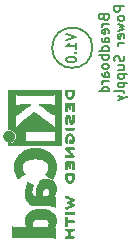
<source format=gbr>
%TF.GenerationSoftware,KiCad,Pcbnew,9.0.2*%
%TF.CreationDate,2025-06-13T20:10:21+08:00*%
%TF.ProjectId,Breadboard Power Supply,42726561-6462-46f6-9172-6420506f7765,1*%
%TF.SameCoordinates,Original*%
%TF.FileFunction,Legend,Bot*%
%TF.FilePolarity,Positive*%
%FSLAX46Y46*%
G04 Gerber Fmt 4.6, Leading zero omitted, Abs format (unit mm)*
G04 Created by KiCad (PCBNEW 9.0.2) date 2025-06-13 20:10:21*
%MOMM*%
%LPD*%
G01*
G04 APERTURE LIST*
%ADD10C,0.152400*%
%ADD11C,0.010000*%
G04 APERTURE END LIST*
D10*
X126238000Y-81100116D02*
G75*
G02*
X122830232Y-81100116I-1703884J0D01*
G01*
X122830232Y-81100116D02*
G75*
G02*
X126238000Y-81100116I1703884J0D01*
G01*
X127190289Y-78534382D02*
X127228994Y-78650496D01*
X127228994Y-78650496D02*
X127267698Y-78689201D01*
X127267698Y-78689201D02*
X127345108Y-78727905D01*
X127345108Y-78727905D02*
X127461222Y-78727905D01*
X127461222Y-78727905D02*
X127538632Y-78689201D01*
X127538632Y-78689201D02*
X127577337Y-78650496D01*
X127577337Y-78650496D02*
X127616041Y-78573086D01*
X127616041Y-78573086D02*
X127616041Y-78263448D01*
X127616041Y-78263448D02*
X126803241Y-78263448D01*
X126803241Y-78263448D02*
X126803241Y-78534382D01*
X126803241Y-78534382D02*
X126841946Y-78611791D01*
X126841946Y-78611791D02*
X126880651Y-78650496D01*
X126880651Y-78650496D02*
X126958060Y-78689201D01*
X126958060Y-78689201D02*
X127035470Y-78689201D01*
X127035470Y-78689201D02*
X127112879Y-78650496D01*
X127112879Y-78650496D02*
X127151584Y-78611791D01*
X127151584Y-78611791D02*
X127190289Y-78534382D01*
X127190289Y-78534382D02*
X127190289Y-78263448D01*
X127616041Y-79076248D02*
X127074175Y-79076248D01*
X127228994Y-79076248D02*
X127151584Y-79114953D01*
X127151584Y-79114953D02*
X127112879Y-79153658D01*
X127112879Y-79153658D02*
X127074175Y-79231067D01*
X127074175Y-79231067D02*
X127074175Y-79308477D01*
X127577337Y-79889048D02*
X127616041Y-79811639D01*
X127616041Y-79811639D02*
X127616041Y-79656820D01*
X127616041Y-79656820D02*
X127577337Y-79579410D01*
X127577337Y-79579410D02*
X127499927Y-79540706D01*
X127499927Y-79540706D02*
X127190289Y-79540706D01*
X127190289Y-79540706D02*
X127112879Y-79579410D01*
X127112879Y-79579410D02*
X127074175Y-79656820D01*
X127074175Y-79656820D02*
X127074175Y-79811639D01*
X127074175Y-79811639D02*
X127112879Y-79889048D01*
X127112879Y-79889048D02*
X127190289Y-79927753D01*
X127190289Y-79927753D02*
X127267698Y-79927753D01*
X127267698Y-79927753D02*
X127345108Y-79540706D01*
X127616041Y-80624439D02*
X127190289Y-80624439D01*
X127190289Y-80624439D02*
X127112879Y-80585734D01*
X127112879Y-80585734D02*
X127074175Y-80508325D01*
X127074175Y-80508325D02*
X127074175Y-80353506D01*
X127074175Y-80353506D02*
X127112879Y-80276096D01*
X127577337Y-80624439D02*
X127616041Y-80547030D01*
X127616041Y-80547030D02*
X127616041Y-80353506D01*
X127616041Y-80353506D02*
X127577337Y-80276096D01*
X127577337Y-80276096D02*
X127499927Y-80237392D01*
X127499927Y-80237392D02*
X127422517Y-80237392D01*
X127422517Y-80237392D02*
X127345108Y-80276096D01*
X127345108Y-80276096D02*
X127306403Y-80353506D01*
X127306403Y-80353506D02*
X127306403Y-80547030D01*
X127306403Y-80547030D02*
X127267698Y-80624439D01*
X127616041Y-81359829D02*
X126803241Y-81359829D01*
X127577337Y-81359829D02*
X127616041Y-81282420D01*
X127616041Y-81282420D02*
X127616041Y-81127601D01*
X127616041Y-81127601D02*
X127577337Y-81050191D01*
X127577337Y-81050191D02*
X127538632Y-81011486D01*
X127538632Y-81011486D02*
X127461222Y-80972782D01*
X127461222Y-80972782D02*
X127228994Y-80972782D01*
X127228994Y-80972782D02*
X127151584Y-81011486D01*
X127151584Y-81011486D02*
X127112879Y-81050191D01*
X127112879Y-81050191D02*
X127074175Y-81127601D01*
X127074175Y-81127601D02*
X127074175Y-81282420D01*
X127074175Y-81282420D02*
X127112879Y-81359829D01*
X127616041Y-81746876D02*
X126803241Y-81746876D01*
X127112879Y-81746876D02*
X127074175Y-81824286D01*
X127074175Y-81824286D02*
X127074175Y-81979105D01*
X127074175Y-81979105D02*
X127112879Y-82056514D01*
X127112879Y-82056514D02*
X127151584Y-82095219D01*
X127151584Y-82095219D02*
X127228994Y-82133924D01*
X127228994Y-82133924D02*
X127461222Y-82133924D01*
X127461222Y-82133924D02*
X127538632Y-82095219D01*
X127538632Y-82095219D02*
X127577337Y-82056514D01*
X127577337Y-82056514D02*
X127616041Y-81979105D01*
X127616041Y-81979105D02*
X127616041Y-81824286D01*
X127616041Y-81824286D02*
X127577337Y-81746876D01*
X127616041Y-82598381D02*
X127577337Y-82520971D01*
X127577337Y-82520971D02*
X127538632Y-82482266D01*
X127538632Y-82482266D02*
X127461222Y-82443562D01*
X127461222Y-82443562D02*
X127228994Y-82443562D01*
X127228994Y-82443562D02*
X127151584Y-82482266D01*
X127151584Y-82482266D02*
X127112879Y-82520971D01*
X127112879Y-82520971D02*
X127074175Y-82598381D01*
X127074175Y-82598381D02*
X127074175Y-82714495D01*
X127074175Y-82714495D02*
X127112879Y-82791904D01*
X127112879Y-82791904D02*
X127151584Y-82830609D01*
X127151584Y-82830609D02*
X127228994Y-82869314D01*
X127228994Y-82869314D02*
X127461222Y-82869314D01*
X127461222Y-82869314D02*
X127538632Y-82830609D01*
X127538632Y-82830609D02*
X127577337Y-82791904D01*
X127577337Y-82791904D02*
X127616041Y-82714495D01*
X127616041Y-82714495D02*
X127616041Y-82598381D01*
X127616041Y-83565999D02*
X127190289Y-83565999D01*
X127190289Y-83565999D02*
X127112879Y-83527294D01*
X127112879Y-83527294D02*
X127074175Y-83449885D01*
X127074175Y-83449885D02*
X127074175Y-83295066D01*
X127074175Y-83295066D02*
X127112879Y-83217656D01*
X127577337Y-83565999D02*
X127616041Y-83488590D01*
X127616041Y-83488590D02*
X127616041Y-83295066D01*
X127616041Y-83295066D02*
X127577337Y-83217656D01*
X127577337Y-83217656D02*
X127499927Y-83178952D01*
X127499927Y-83178952D02*
X127422517Y-83178952D01*
X127422517Y-83178952D02*
X127345108Y-83217656D01*
X127345108Y-83217656D02*
X127306403Y-83295066D01*
X127306403Y-83295066D02*
X127306403Y-83488590D01*
X127306403Y-83488590D02*
X127267698Y-83565999D01*
X127616041Y-83953046D02*
X127074175Y-83953046D01*
X127228994Y-83953046D02*
X127151584Y-83991751D01*
X127151584Y-83991751D02*
X127112879Y-84030456D01*
X127112879Y-84030456D02*
X127074175Y-84107865D01*
X127074175Y-84107865D02*
X127074175Y-84185275D01*
X127616041Y-84804551D02*
X126803241Y-84804551D01*
X127577337Y-84804551D02*
X127616041Y-84727142D01*
X127616041Y-84727142D02*
X127616041Y-84572323D01*
X127616041Y-84572323D02*
X127577337Y-84494913D01*
X127577337Y-84494913D02*
X127538632Y-84456208D01*
X127538632Y-84456208D02*
X127461222Y-84417504D01*
X127461222Y-84417504D02*
X127228994Y-84417504D01*
X127228994Y-84417504D02*
X127151584Y-84456208D01*
X127151584Y-84456208D02*
X127112879Y-84494913D01*
X127112879Y-84494913D02*
X127074175Y-84572323D01*
X127074175Y-84572323D02*
X127074175Y-84727142D01*
X127074175Y-84727142D02*
X127112879Y-84804551D01*
X128924603Y-77605467D02*
X128111803Y-77605467D01*
X128111803Y-77605467D02*
X128111803Y-77915105D01*
X128111803Y-77915105D02*
X128150508Y-77992515D01*
X128150508Y-77992515D02*
X128189213Y-78031220D01*
X128189213Y-78031220D02*
X128266622Y-78069924D01*
X128266622Y-78069924D02*
X128382737Y-78069924D01*
X128382737Y-78069924D02*
X128460146Y-78031220D01*
X128460146Y-78031220D02*
X128498851Y-77992515D01*
X128498851Y-77992515D02*
X128537556Y-77915105D01*
X128537556Y-77915105D02*
X128537556Y-77605467D01*
X128924603Y-78534382D02*
X128885899Y-78456972D01*
X128885899Y-78456972D02*
X128847194Y-78418267D01*
X128847194Y-78418267D02*
X128769784Y-78379563D01*
X128769784Y-78379563D02*
X128537556Y-78379563D01*
X128537556Y-78379563D02*
X128460146Y-78418267D01*
X128460146Y-78418267D02*
X128421441Y-78456972D01*
X128421441Y-78456972D02*
X128382737Y-78534382D01*
X128382737Y-78534382D02*
X128382737Y-78650496D01*
X128382737Y-78650496D02*
X128421441Y-78727905D01*
X128421441Y-78727905D02*
X128460146Y-78766610D01*
X128460146Y-78766610D02*
X128537556Y-78805315D01*
X128537556Y-78805315D02*
X128769784Y-78805315D01*
X128769784Y-78805315D02*
X128847194Y-78766610D01*
X128847194Y-78766610D02*
X128885899Y-78727905D01*
X128885899Y-78727905D02*
X128924603Y-78650496D01*
X128924603Y-78650496D02*
X128924603Y-78534382D01*
X128382737Y-79076248D02*
X128924603Y-79231067D01*
X128924603Y-79231067D02*
X128537556Y-79385886D01*
X128537556Y-79385886D02*
X128924603Y-79540705D01*
X128924603Y-79540705D02*
X128382737Y-79695524D01*
X128885899Y-80314800D02*
X128924603Y-80237391D01*
X128924603Y-80237391D02*
X128924603Y-80082572D01*
X128924603Y-80082572D02*
X128885899Y-80005162D01*
X128885899Y-80005162D02*
X128808489Y-79966458D01*
X128808489Y-79966458D02*
X128498851Y-79966458D01*
X128498851Y-79966458D02*
X128421441Y-80005162D01*
X128421441Y-80005162D02*
X128382737Y-80082572D01*
X128382737Y-80082572D02*
X128382737Y-80237391D01*
X128382737Y-80237391D02*
X128421441Y-80314800D01*
X128421441Y-80314800D02*
X128498851Y-80353505D01*
X128498851Y-80353505D02*
X128576260Y-80353505D01*
X128576260Y-80353505D02*
X128653670Y-79966458D01*
X128924603Y-80701848D02*
X128382737Y-80701848D01*
X128537556Y-80701848D02*
X128460146Y-80740553D01*
X128460146Y-80740553D02*
X128421441Y-80779258D01*
X128421441Y-80779258D02*
X128382737Y-80856667D01*
X128382737Y-80856667D02*
X128382737Y-80934077D01*
X128885899Y-81785582D02*
X128924603Y-81901696D01*
X128924603Y-81901696D02*
X128924603Y-82095220D01*
X128924603Y-82095220D02*
X128885899Y-82172629D01*
X128885899Y-82172629D02*
X128847194Y-82211334D01*
X128847194Y-82211334D02*
X128769784Y-82250039D01*
X128769784Y-82250039D02*
X128692375Y-82250039D01*
X128692375Y-82250039D02*
X128614965Y-82211334D01*
X128614965Y-82211334D02*
X128576260Y-82172629D01*
X128576260Y-82172629D02*
X128537556Y-82095220D01*
X128537556Y-82095220D02*
X128498851Y-81940401D01*
X128498851Y-81940401D02*
X128460146Y-81862991D01*
X128460146Y-81862991D02*
X128421441Y-81824286D01*
X128421441Y-81824286D02*
X128344032Y-81785582D01*
X128344032Y-81785582D02*
X128266622Y-81785582D01*
X128266622Y-81785582D02*
X128189213Y-81824286D01*
X128189213Y-81824286D02*
X128150508Y-81862991D01*
X128150508Y-81862991D02*
X128111803Y-81940401D01*
X128111803Y-81940401D02*
X128111803Y-82133924D01*
X128111803Y-82133924D02*
X128150508Y-82250039D01*
X128382737Y-82946724D02*
X128924603Y-82946724D01*
X128382737Y-82598381D02*
X128808489Y-82598381D01*
X128808489Y-82598381D02*
X128885899Y-82637086D01*
X128885899Y-82637086D02*
X128924603Y-82714496D01*
X128924603Y-82714496D02*
X128924603Y-82830610D01*
X128924603Y-82830610D02*
X128885899Y-82908019D01*
X128885899Y-82908019D02*
X128847194Y-82946724D01*
X128382737Y-83333771D02*
X129195537Y-83333771D01*
X128421441Y-83333771D02*
X128382737Y-83411181D01*
X128382737Y-83411181D02*
X128382737Y-83566000D01*
X128382737Y-83566000D02*
X128421441Y-83643409D01*
X128421441Y-83643409D02*
X128460146Y-83682114D01*
X128460146Y-83682114D02*
X128537556Y-83720819D01*
X128537556Y-83720819D02*
X128769784Y-83720819D01*
X128769784Y-83720819D02*
X128847194Y-83682114D01*
X128847194Y-83682114D02*
X128885899Y-83643409D01*
X128885899Y-83643409D02*
X128924603Y-83566000D01*
X128924603Y-83566000D02*
X128924603Y-83411181D01*
X128924603Y-83411181D02*
X128885899Y-83333771D01*
X128382737Y-84069161D02*
X129195537Y-84069161D01*
X128421441Y-84069161D02*
X128382737Y-84146571D01*
X128382737Y-84146571D02*
X128382737Y-84301390D01*
X128382737Y-84301390D02*
X128421441Y-84378799D01*
X128421441Y-84378799D02*
X128460146Y-84417504D01*
X128460146Y-84417504D02*
X128537556Y-84456209D01*
X128537556Y-84456209D02*
X128769784Y-84456209D01*
X128769784Y-84456209D02*
X128847194Y-84417504D01*
X128847194Y-84417504D02*
X128885899Y-84378799D01*
X128885899Y-84378799D02*
X128924603Y-84301390D01*
X128924603Y-84301390D02*
X128924603Y-84146571D01*
X128924603Y-84146571D02*
X128885899Y-84069161D01*
X128924603Y-84920666D02*
X128885899Y-84843256D01*
X128885899Y-84843256D02*
X128808489Y-84804551D01*
X128808489Y-84804551D02*
X128111803Y-84804551D01*
X128382737Y-85152894D02*
X128924603Y-85346418D01*
X128382737Y-85539941D02*
X128924603Y-85346418D01*
X128924603Y-85346418D02*
X129118127Y-85269008D01*
X129118127Y-85269008D02*
X129156832Y-85230303D01*
X129156832Y-85230303D02*
X129195537Y-85152894D01*
X124047803Y-79933672D02*
X124860603Y-80204605D01*
X124860603Y-80204605D02*
X124047803Y-80475539D01*
X124860603Y-81172225D02*
X124860603Y-80707768D01*
X124860603Y-80939996D02*
X124047803Y-80939996D01*
X124047803Y-80939996D02*
X124163918Y-80862587D01*
X124163918Y-80862587D02*
X124241327Y-80785177D01*
X124241327Y-80785177D02*
X124280032Y-80707768D01*
X124783194Y-81520567D02*
X124821899Y-81559272D01*
X124821899Y-81559272D02*
X124860603Y-81520567D01*
X124860603Y-81520567D02*
X124821899Y-81481863D01*
X124821899Y-81481863D02*
X124783194Y-81520567D01*
X124783194Y-81520567D02*
X124860603Y-81520567D01*
X124047803Y-82062434D02*
X124047803Y-82139844D01*
X124047803Y-82139844D02*
X124086508Y-82217253D01*
X124086508Y-82217253D02*
X124125213Y-82255958D01*
X124125213Y-82255958D02*
X124202622Y-82294663D01*
X124202622Y-82294663D02*
X124357441Y-82333368D01*
X124357441Y-82333368D02*
X124550965Y-82333368D01*
X124550965Y-82333368D02*
X124705784Y-82294663D01*
X124705784Y-82294663D02*
X124783194Y-82255958D01*
X124783194Y-82255958D02*
X124821899Y-82217253D01*
X124821899Y-82217253D02*
X124860603Y-82139844D01*
X124860603Y-82139844D02*
X124860603Y-82062434D01*
X124860603Y-82062434D02*
X124821899Y-81985025D01*
X124821899Y-81985025D02*
X124783194Y-81946320D01*
X124783194Y-81946320D02*
X124705784Y-81907615D01*
X124705784Y-81907615D02*
X124550965Y-81868911D01*
X124550965Y-81868911D02*
X124357441Y-81868911D01*
X124357441Y-81868911D02*
X124202622Y-81907615D01*
X124202622Y-81907615D02*
X124125213Y-81946320D01*
X124125213Y-81946320D02*
X124086508Y-81985025D01*
X124086508Y-81985025D02*
X124047803Y-82062434D01*
D11*
%TO.C,REF\u002A\u002A*%
X124647264Y-95050873D02*
X124664739Y-95082233D01*
X124665575Y-95118034D01*
X124645082Y-95149472D01*
X124640416Y-95153348D01*
X124630949Y-95158814D01*
X124617267Y-95163021D01*
X124596748Y-95166133D01*
X124566768Y-95168313D01*
X124524704Y-95169724D01*
X124467932Y-95170529D01*
X124393830Y-95170893D01*
X124299773Y-95170978D01*
X123978227Y-95170978D01*
X123956647Y-95144327D01*
X123941877Y-95120614D01*
X123935067Y-95097600D01*
X123940949Y-95076594D01*
X123956647Y-95050873D01*
X123978227Y-95024222D01*
X124625684Y-95024222D01*
X124647264Y-95050873D01*
G36*
X124647264Y-95050873D02*
G01*
X124664739Y-95082233D01*
X124665575Y-95118034D01*
X124645082Y-95149472D01*
X124640416Y-95153348D01*
X124630949Y-95158814D01*
X124617267Y-95163021D01*
X124596748Y-95166133D01*
X124566768Y-95168313D01*
X124524704Y-95169724D01*
X124467932Y-95170529D01*
X124393830Y-95170893D01*
X124299773Y-95170978D01*
X123978227Y-95170978D01*
X123956647Y-95144327D01*
X123941877Y-95120614D01*
X123935067Y-95097600D01*
X123940949Y-95076594D01*
X123956647Y-95050873D01*
X123978227Y-95024222D01*
X124625684Y-95024222D01*
X124647264Y-95050873D01*
G37*
X124387567Y-87884041D02*
X124461789Y-87884299D01*
X124518541Y-87884970D01*
X124560512Y-87886248D01*
X124590389Y-87888327D01*
X124610861Y-87891401D01*
X124624614Y-87895666D01*
X124634337Y-87901316D01*
X124642717Y-87908545D01*
X124664181Y-87940009D01*
X124665947Y-87975174D01*
X124646267Y-88008178D01*
X124640398Y-88013484D01*
X124631314Y-88018934D01*
X124617973Y-88023100D01*
X124597757Y-88026154D01*
X124568049Y-88028268D01*
X124526232Y-88029614D01*
X124469689Y-88030362D01*
X124395802Y-88030686D01*
X124301956Y-88030755D01*
X124226294Y-88030716D01*
X124148385Y-88030461D01*
X124088375Y-88029817D01*
X124043648Y-88028613D01*
X124011585Y-88026676D01*
X123989571Y-88023836D01*
X123974987Y-88019921D01*
X123965218Y-88014758D01*
X123957645Y-88008178D01*
X123938623Y-87978994D01*
X123939463Y-87945863D01*
X123962776Y-87911709D01*
X123990485Y-87884000D01*
X124303537Y-87884000D01*
X124387567Y-87884041D01*
G36*
X124387567Y-87884041D02*
G01*
X124461789Y-87884299D01*
X124518541Y-87884970D01*
X124560512Y-87886248D01*
X124590389Y-87888327D01*
X124610861Y-87891401D01*
X124624614Y-87895666D01*
X124634337Y-87901316D01*
X124642717Y-87908545D01*
X124664181Y-87940009D01*
X124665947Y-87975174D01*
X124646267Y-88008178D01*
X124640398Y-88013484D01*
X124631314Y-88018934D01*
X124617973Y-88023100D01*
X124597757Y-88026154D01*
X124568049Y-88028268D01*
X124526232Y-88029614D01*
X124469689Y-88030362D01*
X124395802Y-88030686D01*
X124301956Y-88030755D01*
X124226294Y-88030716D01*
X124148385Y-88030461D01*
X124088375Y-88029817D01*
X124043648Y-88028613D01*
X124011585Y-88026676D01*
X123989571Y-88023836D01*
X123974987Y-88019921D01*
X123965218Y-88014758D01*
X123957645Y-88008178D01*
X123938623Y-87978994D01*
X123939463Y-87945863D01*
X123962776Y-87911709D01*
X123990485Y-87884000D01*
X124303537Y-87884000D01*
X124387567Y-87884041D01*
G37*
X119200307Y-88127331D02*
X119241450Y-88129540D01*
X119273582Y-88135106D01*
X119304122Y-88145414D01*
X119340489Y-88161852D01*
X119367728Y-88175800D01*
X119453429Y-88234335D01*
X119522617Y-88306381D01*
X119573741Y-88390053D01*
X119605250Y-88483469D01*
X119612225Y-88516566D01*
X119619094Y-88557040D01*
X119620919Y-88590001D01*
X119617947Y-88624302D01*
X119610426Y-88668800D01*
X119598002Y-88720066D01*
X119560112Y-88810566D01*
X119505836Y-88889655D01*
X119437770Y-88955472D01*
X119358511Y-89006160D01*
X119270654Y-89039860D01*
X119176795Y-89054714D01*
X119079530Y-89048864D01*
X118983220Y-89022601D01*
X118894494Y-88977582D01*
X118819419Y-88916627D01*
X118759641Y-88841816D01*
X118716809Y-88755232D01*
X118692571Y-88658957D01*
X118688576Y-88555072D01*
X118698850Y-88477438D01*
X118726053Y-88394687D01*
X118771484Y-88319594D01*
X118837302Y-88247702D01*
X118881567Y-88209154D01*
X118939961Y-88169744D01*
X119000586Y-88144554D01*
X119069865Y-88131139D01*
X119154222Y-88127052D01*
X119200307Y-88127331D01*
G36*
X119200307Y-88127331D02*
G01*
X119241450Y-88129540D01*
X119273582Y-88135106D01*
X119304122Y-88145414D01*
X119340489Y-88161852D01*
X119367728Y-88175800D01*
X119453429Y-88234335D01*
X119522617Y-88306381D01*
X119573741Y-88390053D01*
X119605250Y-88483469D01*
X119612225Y-88516566D01*
X119619094Y-88557040D01*
X119620919Y-88590001D01*
X119617947Y-88624302D01*
X119610426Y-88668800D01*
X119598002Y-88720066D01*
X119560112Y-88810566D01*
X119505836Y-88889655D01*
X119437770Y-88955472D01*
X119358511Y-89006160D01*
X119270654Y-89039860D01*
X119176795Y-89054714D01*
X119079530Y-89048864D01*
X118983220Y-89022601D01*
X118894494Y-88977582D01*
X118819419Y-88916627D01*
X118759641Y-88841816D01*
X118716809Y-88755232D01*
X118692571Y-88658957D01*
X118688576Y-88555072D01*
X118698850Y-88477438D01*
X118726053Y-88394687D01*
X118771484Y-88319594D01*
X118837302Y-88247702D01*
X118881567Y-88209154D01*
X118939961Y-88169744D01*
X119000586Y-88144554D01*
X119069865Y-88131139D01*
X119154222Y-88127052D01*
X119200307Y-88127331D01*
G37*
X124061178Y-95421083D02*
X124062631Y-95422443D01*
X124070992Y-95433646D01*
X124076547Y-95450748D01*
X124079840Y-95477918D01*
X124081418Y-95519322D01*
X124081822Y-95579127D01*
X124081822Y-95718489D01*
X124345589Y-95718489D01*
X124421417Y-95718564D01*
X124488083Y-95718972D01*
X124537867Y-95719954D01*
X124573784Y-95721750D01*
X124598850Y-95724601D01*
X124616081Y-95728747D01*
X124628492Y-95734429D01*
X124639100Y-95741886D01*
X124641906Y-95744176D01*
X124664548Y-95775354D01*
X124666112Y-95809734D01*
X124646267Y-95842666D01*
X124638191Y-95849645D01*
X124627593Y-95855117D01*
X124611749Y-95859137D01*
X124587773Y-95861928D01*
X124552774Y-95863712D01*
X124503864Y-95864711D01*
X124438154Y-95865148D01*
X124352756Y-95865244D01*
X124081822Y-95865244D01*
X124081822Y-96011180D01*
X124081821Y-96022280D01*
X124081596Y-96078798D01*
X124080457Y-96117642D01*
X124077657Y-96143035D01*
X124072450Y-96159196D01*
X124064089Y-96170348D01*
X124051826Y-96180711D01*
X124021138Y-96196559D01*
X123987358Y-96193457D01*
X123954822Y-96167813D01*
X123951105Y-96162871D01*
X123946269Y-96152662D01*
X123942506Y-96137236D01*
X123939683Y-96114114D01*
X123937670Y-96080817D01*
X123936333Y-96034863D01*
X123935542Y-95973772D01*
X123935163Y-95895065D01*
X123935067Y-95796260D01*
X123935068Y-95776233D01*
X123935158Y-95682110D01*
X123935498Y-95607595D01*
X123936239Y-95550189D01*
X123937535Y-95507389D01*
X123939537Y-95476696D01*
X123942396Y-95455609D01*
X123946266Y-95441627D01*
X123951298Y-95432250D01*
X123957645Y-95424978D01*
X123990362Y-95406172D01*
X124027939Y-95404725D01*
X124061178Y-95421083D01*
G36*
X124061178Y-95421083D02*
G01*
X124062631Y-95422443D01*
X124070992Y-95433646D01*
X124076547Y-95450748D01*
X124079840Y-95477918D01*
X124081418Y-95519322D01*
X124081822Y-95579127D01*
X124081822Y-95718489D01*
X124345589Y-95718489D01*
X124421417Y-95718564D01*
X124488083Y-95718972D01*
X124537867Y-95719954D01*
X124573784Y-95721750D01*
X124598850Y-95724601D01*
X124616081Y-95728747D01*
X124628492Y-95734429D01*
X124639100Y-95741886D01*
X124641906Y-95744176D01*
X124664548Y-95775354D01*
X124666112Y-95809734D01*
X124646267Y-95842666D01*
X124638191Y-95849645D01*
X124627593Y-95855117D01*
X124611749Y-95859137D01*
X124587773Y-95861928D01*
X124552774Y-95863712D01*
X124503864Y-95864711D01*
X124438154Y-95865148D01*
X124352756Y-95865244D01*
X124081822Y-95865244D01*
X124081822Y-96011180D01*
X124081821Y-96022280D01*
X124081596Y-96078798D01*
X124080457Y-96117642D01*
X124077657Y-96143035D01*
X124072450Y-96159196D01*
X124064089Y-96170348D01*
X124051826Y-96180711D01*
X124021138Y-96196559D01*
X123987358Y-96193457D01*
X123954822Y-96167813D01*
X123951105Y-96162871D01*
X123946269Y-96152662D01*
X123942506Y-96137236D01*
X123939683Y-96114114D01*
X123937670Y-96080817D01*
X123936333Y-96034863D01*
X123935542Y-95973772D01*
X123935163Y-95895065D01*
X123935067Y-95796260D01*
X123935068Y-95776233D01*
X123935158Y-95682110D01*
X123935498Y-95607595D01*
X123936239Y-95550189D01*
X123937535Y-95507389D01*
X123939537Y-95476696D01*
X123942396Y-95455609D01*
X123946266Y-95441627D01*
X123951298Y-95432250D01*
X123957645Y-95424978D01*
X123990362Y-95406172D01*
X124027939Y-95404725D01*
X124061178Y-95421083D01*
G37*
X124343631Y-96428891D02*
X124460000Y-96429375D01*
X124474175Y-96429443D01*
X124535937Y-96430029D01*
X124579620Y-96431352D01*
X124609001Y-96433897D01*
X124627855Y-96438152D01*
X124639959Y-96444604D01*
X124649089Y-96453738D01*
X124666506Y-96487196D01*
X124663604Y-96522144D01*
X124639100Y-96553047D01*
X124625897Y-96562056D01*
X124607361Y-96569508D01*
X124581333Y-96573876D01*
X124542787Y-96575931D01*
X124486700Y-96576444D01*
X124364045Y-96576444D01*
X124364045Y-97073155D01*
X124498871Y-97073155D01*
X124534662Y-97073228D01*
X124580992Y-97073991D01*
X124611526Y-97076167D01*
X124630557Y-97080464D01*
X124642374Y-97087588D01*
X124651271Y-97098245D01*
X124666341Y-97130496D01*
X124663673Y-97165783D01*
X124639100Y-97196514D01*
X124632845Y-97201169D01*
X124622321Y-97207105D01*
X124608391Y-97211636D01*
X124588317Y-97214952D01*
X124559360Y-97217241D01*
X124518780Y-97218692D01*
X124463840Y-97219495D01*
X124391799Y-97219838D01*
X124299920Y-97219911D01*
X123990485Y-97219911D01*
X123962776Y-97192202D01*
X123940533Y-97160823D01*
X123937844Y-97127594D01*
X123957645Y-97095733D01*
X123967415Y-97087447D01*
X123983307Y-97080035D01*
X124007275Y-97075698D01*
X124044148Y-97073662D01*
X124098756Y-97073155D01*
X124217289Y-97073155D01*
X124217289Y-96576444D01*
X124101776Y-96576444D01*
X124050078Y-96576006D01*
X124015554Y-96574042D01*
X123992978Y-96569526D01*
X123977126Y-96561433D01*
X123962776Y-96548735D01*
X123940533Y-96517357D01*
X123937844Y-96484128D01*
X123957645Y-96452266D01*
X123963835Y-96446634D01*
X123972041Y-96441544D01*
X123983817Y-96437457D01*
X124001276Y-96434279D01*
X124026530Y-96431913D01*
X124061690Y-96430262D01*
X124108869Y-96429231D01*
X124170177Y-96428723D01*
X124247727Y-96428641D01*
X124343631Y-96428891D01*
G36*
X124343631Y-96428891D02*
G01*
X124460000Y-96429375D01*
X124474175Y-96429443D01*
X124535937Y-96430029D01*
X124579620Y-96431352D01*
X124609001Y-96433897D01*
X124627855Y-96438152D01*
X124639959Y-96444604D01*
X124649089Y-96453738D01*
X124666506Y-96487196D01*
X124663604Y-96522144D01*
X124639100Y-96553047D01*
X124625897Y-96562056D01*
X124607361Y-96569508D01*
X124581333Y-96573876D01*
X124542787Y-96575931D01*
X124486700Y-96576444D01*
X124364045Y-96576444D01*
X124364045Y-97073155D01*
X124498871Y-97073155D01*
X124534662Y-97073228D01*
X124580992Y-97073991D01*
X124611526Y-97076167D01*
X124630557Y-97080464D01*
X124642374Y-97087588D01*
X124651271Y-97098245D01*
X124666341Y-97130496D01*
X124663673Y-97165783D01*
X124639100Y-97196514D01*
X124632845Y-97201169D01*
X124622321Y-97207105D01*
X124608391Y-97211636D01*
X124588317Y-97214952D01*
X124559360Y-97217241D01*
X124518780Y-97218692D01*
X124463840Y-97219495D01*
X124391799Y-97219838D01*
X124299920Y-97219911D01*
X123990485Y-97219911D01*
X123962776Y-97192202D01*
X123940533Y-97160823D01*
X123937844Y-97127594D01*
X123957645Y-97095733D01*
X123967415Y-97087447D01*
X123983307Y-97080035D01*
X124007275Y-97075698D01*
X124044148Y-97073662D01*
X124098756Y-97073155D01*
X124217289Y-97073155D01*
X124217289Y-96576444D01*
X124101776Y-96576444D01*
X124050078Y-96576006D01*
X124015554Y-96574042D01*
X123992978Y-96569526D01*
X123977126Y-96561433D01*
X123962776Y-96548735D01*
X123940533Y-96517357D01*
X123937844Y-96484128D01*
X123957645Y-96452266D01*
X123963835Y-96446634D01*
X123972041Y-96441544D01*
X123983817Y-96437457D01*
X124001276Y-96434279D01*
X124026530Y-96431913D01*
X124061690Y-96430262D01*
X124108869Y-96429231D01*
X124170177Y-96428723D01*
X124247727Y-96428641D01*
X124343631Y-96428891D01*
G37*
X124361526Y-91744825D02*
X124440311Y-91745050D01*
X124501021Y-91745668D01*
X124522089Y-91746225D01*
X124546396Y-91746867D01*
X124579175Y-91748837D01*
X124602095Y-91751765D01*
X124617897Y-91755842D01*
X124629319Y-91761257D01*
X124639100Y-91768197D01*
X124668845Y-91791594D01*
X124668251Y-91957286D01*
X124667953Y-91992082D01*
X124664522Y-92090565D01*
X124656839Y-92171527D01*
X124644282Y-92238621D01*
X124626227Y-92295504D01*
X124602052Y-92345831D01*
X124600135Y-92349190D01*
X124563417Y-92407002D01*
X124526451Y-92449356D01*
X124482966Y-92482172D01*
X124426689Y-92511372D01*
X124417073Y-92515654D01*
X124353887Y-92538231D01*
X124298509Y-92545203D01*
X124243483Y-92536601D01*
X124181351Y-92512459D01*
X124179658Y-92511663D01*
X124110236Y-92471212D01*
X124053638Y-92420527D01*
X124009070Y-92357802D01*
X123975741Y-92281226D01*
X123952861Y-92188991D01*
X123939636Y-92079288D01*
X123935275Y-91950309D01*
X123935270Y-91946737D01*
X123935372Y-91902844D01*
X124081822Y-91902844D01*
X124082270Y-91990333D01*
X124084746Y-92057253D01*
X124095998Y-92149651D01*
X124115537Y-92228966D01*
X124142511Y-92290940D01*
X124163240Y-92321880D01*
X124193006Y-92350000D01*
X124235434Y-92373340D01*
X124251400Y-92380467D01*
X124283902Y-92392291D01*
X124308333Y-92394721D01*
X124333061Y-92389108D01*
X124348939Y-92383382D01*
X124408847Y-92350452D01*
X124454600Y-92303114D01*
X124487736Y-92239348D01*
X124509790Y-92157139D01*
X124510292Y-92154345D01*
X124516255Y-92108060D01*
X124520483Y-92051664D01*
X124522089Y-91996726D01*
X124522089Y-91902844D01*
X124081822Y-91902844D01*
X123935372Y-91902844D01*
X123935410Y-91886717D01*
X123936446Y-91844786D01*
X123939040Y-91816672D01*
X123943853Y-91798103D01*
X123951544Y-91784806D01*
X123962776Y-91772509D01*
X123990485Y-91744800D01*
X124299920Y-91744800D01*
X124361526Y-91744825D01*
G36*
X124361526Y-91744825D02*
G01*
X124440311Y-91745050D01*
X124501021Y-91745668D01*
X124522089Y-91746225D01*
X124546396Y-91746867D01*
X124579175Y-91748837D01*
X124602095Y-91751765D01*
X124617897Y-91755842D01*
X124629319Y-91761257D01*
X124639100Y-91768197D01*
X124668845Y-91791594D01*
X124668251Y-91957286D01*
X124667953Y-91992082D01*
X124664522Y-92090565D01*
X124656839Y-92171527D01*
X124644282Y-92238621D01*
X124626227Y-92295504D01*
X124602052Y-92345831D01*
X124600135Y-92349190D01*
X124563417Y-92407002D01*
X124526451Y-92449356D01*
X124482966Y-92482172D01*
X124426689Y-92511372D01*
X124417073Y-92515654D01*
X124353887Y-92538231D01*
X124298509Y-92545203D01*
X124243483Y-92536601D01*
X124181351Y-92512459D01*
X124179658Y-92511663D01*
X124110236Y-92471212D01*
X124053638Y-92420527D01*
X124009070Y-92357802D01*
X123975741Y-92281226D01*
X123952861Y-92188991D01*
X123939636Y-92079288D01*
X123935275Y-91950309D01*
X123935270Y-91946737D01*
X123935372Y-91902844D01*
X124081822Y-91902844D01*
X124082270Y-91990333D01*
X124084746Y-92057253D01*
X124095998Y-92149651D01*
X124115537Y-92228966D01*
X124142511Y-92290940D01*
X124163240Y-92321880D01*
X124193006Y-92350000D01*
X124235434Y-92373340D01*
X124251400Y-92380467D01*
X124283902Y-92392291D01*
X124308333Y-92394721D01*
X124333061Y-92389108D01*
X124348939Y-92383382D01*
X124408847Y-92350452D01*
X124454600Y-92303114D01*
X124487736Y-92239348D01*
X124509790Y-92157139D01*
X124510292Y-92154345D01*
X124516255Y-92108060D01*
X124520483Y-92051664D01*
X124522089Y-91996726D01*
X124522089Y-91902844D01*
X124081822Y-91902844D01*
X123935372Y-91902844D01*
X123935410Y-91886717D01*
X123936446Y-91844786D01*
X123939040Y-91816672D01*
X123943853Y-91798103D01*
X123951544Y-91784806D01*
X123962776Y-91772509D01*
X123990485Y-91744800D01*
X124299920Y-91744800D01*
X124361526Y-91744825D01*
G37*
X124301956Y-84655378D02*
X124377617Y-84655417D01*
X124455526Y-84655672D01*
X124515536Y-84656316D01*
X124560264Y-84657520D01*
X124592326Y-84659457D01*
X124614340Y-84662297D01*
X124628924Y-84666212D01*
X124638694Y-84671374D01*
X124646267Y-84677955D01*
X124652501Y-84684923D01*
X124659801Y-84697921D01*
X124664554Y-84717069D01*
X124667292Y-84746472D01*
X124668545Y-84790238D01*
X124668845Y-84852472D01*
X124668469Y-84901418D01*
X124664041Y-85008278D01*
X124653953Y-85097506D01*
X124637365Y-85172304D01*
X124613435Y-85235875D01*
X124581321Y-85291421D01*
X124540182Y-85342146D01*
X124534330Y-85348134D01*
X124485821Y-85385001D01*
X124425013Y-85416101D01*
X124360769Y-85437583D01*
X124301956Y-85445600D01*
X124280739Y-85444321D01*
X124223323Y-85432009D01*
X124163413Y-85409480D01*
X124109363Y-85380250D01*
X124069532Y-85347833D01*
X124052510Y-85328292D01*
X124013322Y-85273580D01*
X123983193Y-85213277D01*
X123961232Y-85144081D01*
X123946550Y-85062689D01*
X123938259Y-84965800D01*
X123936148Y-84878333D01*
X124081808Y-84878333D01*
X124081817Y-84881361D01*
X124083782Y-84932481D01*
X124088507Y-84992584D01*
X124095035Y-85049292D01*
X124104331Y-85099250D01*
X124130600Y-85174002D01*
X124169899Y-85231511D01*
X124222933Y-85273012D01*
X124274200Y-85294229D01*
X124322026Y-85295647D01*
X124372961Y-85277365D01*
X124418878Y-85247695D01*
X124461287Y-85200998D01*
X124491090Y-85139608D01*
X124510226Y-85060462D01*
X124510464Y-85058972D01*
X124516256Y-85010001D01*
X124520396Y-84951307D01*
X124522004Y-84895266D01*
X124522089Y-84802133D01*
X124081822Y-84802133D01*
X124081808Y-84878333D01*
X123936148Y-84878333D01*
X123935467Y-84850111D01*
X123935066Y-84810629D01*
X123934653Y-84764918D01*
X123936457Y-84729117D01*
X123942739Y-84702026D01*
X123955759Y-84682444D01*
X123977778Y-84669170D01*
X124011055Y-84661002D01*
X124057851Y-84656740D01*
X124081822Y-84656143D01*
X124120427Y-84655183D01*
X124201041Y-84655130D01*
X124301956Y-84655378D01*
G36*
X124301956Y-84655378D02*
G01*
X124377617Y-84655417D01*
X124455526Y-84655672D01*
X124515536Y-84656316D01*
X124560264Y-84657520D01*
X124592326Y-84659457D01*
X124614340Y-84662297D01*
X124628924Y-84666212D01*
X124638694Y-84671374D01*
X124646267Y-84677955D01*
X124652501Y-84684923D01*
X124659801Y-84697921D01*
X124664554Y-84717069D01*
X124667292Y-84746472D01*
X124668545Y-84790238D01*
X124668845Y-84852472D01*
X124668469Y-84901418D01*
X124664041Y-85008278D01*
X124653953Y-85097506D01*
X124637365Y-85172304D01*
X124613435Y-85235875D01*
X124581321Y-85291421D01*
X124540182Y-85342146D01*
X124534330Y-85348134D01*
X124485821Y-85385001D01*
X124425013Y-85416101D01*
X124360769Y-85437583D01*
X124301956Y-85445600D01*
X124280739Y-85444321D01*
X124223323Y-85432009D01*
X124163413Y-85409480D01*
X124109363Y-85380250D01*
X124069532Y-85347833D01*
X124052510Y-85328292D01*
X124013322Y-85273580D01*
X123983193Y-85213277D01*
X123961232Y-85144081D01*
X123946550Y-85062689D01*
X123938259Y-84965800D01*
X123936148Y-84878333D01*
X124081808Y-84878333D01*
X124081817Y-84881361D01*
X124083782Y-84932481D01*
X124088507Y-84992584D01*
X124095035Y-85049292D01*
X124104331Y-85099250D01*
X124130600Y-85174002D01*
X124169899Y-85231511D01*
X124222933Y-85273012D01*
X124274200Y-85294229D01*
X124322026Y-85295647D01*
X124372961Y-85277365D01*
X124418878Y-85247695D01*
X124461287Y-85200998D01*
X124491090Y-85139608D01*
X124510226Y-85060462D01*
X124510464Y-85058972D01*
X124516256Y-85010001D01*
X124520396Y-84951307D01*
X124522004Y-84895266D01*
X124522089Y-84802133D01*
X124081822Y-84802133D01*
X124081808Y-84878333D01*
X123936148Y-84878333D01*
X123935467Y-84850111D01*
X123935066Y-84810629D01*
X123934653Y-84764918D01*
X123936457Y-84729117D01*
X123942739Y-84702026D01*
X123955759Y-84682444D01*
X123977778Y-84669170D01*
X124011055Y-84661002D01*
X124057851Y-84656740D01*
X124081822Y-84656143D01*
X124120427Y-84655183D01*
X124201041Y-84655130D01*
X124301956Y-84655378D01*
G37*
X124360486Y-89543489D02*
X124439573Y-89543708D01*
X124500516Y-89544317D01*
X124546062Y-89545508D01*
X124578963Y-89547471D01*
X124601968Y-89550397D01*
X124617826Y-89554477D01*
X124629286Y-89559903D01*
X124639100Y-89566864D01*
X124663493Y-89597292D01*
X124666372Y-89632235D01*
X124647282Y-89669216D01*
X124643807Y-89673400D01*
X124635279Y-89681576D01*
X124623728Y-89687636D01*
X124605896Y-89692019D01*
X124578524Y-89695161D01*
X124538354Y-89697498D01*
X124482128Y-89699469D01*
X124406589Y-89701511D01*
X124187458Y-89707155D01*
X124428099Y-89972444D01*
X124494875Y-90046278D01*
X124552991Y-90111458D01*
X124597949Y-90163652D01*
X124630871Y-90204727D01*
X124652879Y-90236545D01*
X124665094Y-90260974D01*
X124668639Y-90279876D01*
X124664636Y-90295117D01*
X124654207Y-90308561D01*
X124638474Y-90322073D01*
X124629991Y-90328318D01*
X124619413Y-90333950D01*
X124605255Y-90338161D01*
X124584803Y-90341113D01*
X124555342Y-90342968D01*
X124514161Y-90343887D01*
X124458544Y-90344032D01*
X124385779Y-90343565D01*
X124293151Y-90342648D01*
X123978199Y-90339333D01*
X123956633Y-90312682D01*
X123940441Y-90286617D01*
X123937670Y-90253759D01*
X123956623Y-90219228D01*
X123960208Y-90214916D01*
X123968737Y-90206784D01*
X123980329Y-90200755D01*
X123998235Y-90196394D01*
X124025706Y-90193266D01*
X124065994Y-90190937D01*
X124122351Y-90188971D01*
X124198029Y-90186933D01*
X124417878Y-90181289D01*
X124254084Y-90000666D01*
X124175451Y-89913928D01*
X124107058Y-89838157D01*
X124051708Y-89776020D01*
X124008338Y-89725922D01*
X123975881Y-89686265D01*
X123953273Y-89655452D01*
X123939448Y-89631886D01*
X123933343Y-89613970D01*
X123933892Y-89600107D01*
X123940029Y-89588699D01*
X123950691Y-89578150D01*
X123964811Y-89566864D01*
X123970772Y-89562411D01*
X123981268Y-89556412D01*
X123995093Y-89551833D01*
X124014998Y-89548481D01*
X124043732Y-89546167D01*
X124084045Y-89544699D01*
X124138687Y-89543887D01*
X124210407Y-89543540D01*
X124301956Y-89543466D01*
X124360486Y-89543489D01*
G36*
X124360486Y-89543489D02*
G01*
X124439573Y-89543708D01*
X124500516Y-89544317D01*
X124546062Y-89545508D01*
X124578963Y-89547471D01*
X124601968Y-89550397D01*
X124617826Y-89554477D01*
X124629286Y-89559903D01*
X124639100Y-89566864D01*
X124663493Y-89597292D01*
X124666372Y-89632235D01*
X124647282Y-89669216D01*
X124643807Y-89673400D01*
X124635279Y-89681576D01*
X124623728Y-89687636D01*
X124605896Y-89692019D01*
X124578524Y-89695161D01*
X124538354Y-89697498D01*
X124482128Y-89699469D01*
X124406589Y-89701511D01*
X124187458Y-89707155D01*
X124428099Y-89972444D01*
X124494875Y-90046278D01*
X124552991Y-90111458D01*
X124597949Y-90163652D01*
X124630871Y-90204727D01*
X124652879Y-90236545D01*
X124665094Y-90260974D01*
X124668639Y-90279876D01*
X124664636Y-90295117D01*
X124654207Y-90308561D01*
X124638474Y-90322073D01*
X124629991Y-90328318D01*
X124619413Y-90333950D01*
X124605255Y-90338161D01*
X124584803Y-90341113D01*
X124555342Y-90342968D01*
X124514161Y-90343887D01*
X124458544Y-90344032D01*
X124385779Y-90343565D01*
X124293151Y-90342648D01*
X123978199Y-90339333D01*
X123956633Y-90312682D01*
X123940441Y-90286617D01*
X123937670Y-90253759D01*
X123956623Y-90219228D01*
X123960208Y-90214916D01*
X123968737Y-90206784D01*
X123980329Y-90200755D01*
X123998235Y-90196394D01*
X124025706Y-90193266D01*
X124065994Y-90190937D01*
X124122351Y-90188971D01*
X124198029Y-90186933D01*
X124417878Y-90181289D01*
X124254084Y-90000666D01*
X124175451Y-89913928D01*
X124107058Y-89838157D01*
X124051708Y-89776020D01*
X124008338Y-89725922D01*
X123975881Y-89686265D01*
X123953273Y-89655452D01*
X123939448Y-89631886D01*
X123933343Y-89613970D01*
X123933892Y-89600107D01*
X123940029Y-89588699D01*
X123950691Y-89578150D01*
X123964811Y-89566864D01*
X123970772Y-89562411D01*
X123981268Y-89556412D01*
X123995093Y-89551833D01*
X124014998Y-89548481D01*
X124043732Y-89546167D01*
X124084045Y-89544699D01*
X124138687Y-89543887D01*
X124210407Y-89543540D01*
X124301956Y-89543466D01*
X124360486Y-89543489D01*
G37*
X124320259Y-88359702D02*
X124371592Y-88372643D01*
X124428118Y-88395806D01*
X124482035Y-88425698D01*
X124525539Y-88458827D01*
X124535887Y-88469023D01*
X124587662Y-88536108D01*
X124627554Y-88616234D01*
X124651956Y-88702444D01*
X124660068Y-88757408D01*
X124666673Y-88850861D01*
X124664586Y-88940642D01*
X124654340Y-89023131D01*
X124636470Y-89094714D01*
X124611508Y-89151772D01*
X124579988Y-89190689D01*
X124578012Y-89192064D01*
X124552786Y-89199152D01*
X124505535Y-89203391D01*
X124436071Y-89204800D01*
X124373838Y-89203940D01*
X124326456Y-89199220D01*
X124294353Y-89187530D01*
X124274800Y-89165761D01*
X124265070Y-89130802D01*
X124262433Y-89079544D01*
X124264161Y-89008877D01*
X124267173Y-88960257D01*
X124275366Y-88910061D01*
X124289419Y-88877567D01*
X124310654Y-88860108D01*
X124340394Y-88855017D01*
X124344936Y-88855123D01*
X124379730Y-88863825D01*
X124403147Y-88887835D01*
X124416347Y-88929100D01*
X124420489Y-88989569D01*
X124420489Y-89058044D01*
X124458841Y-89058044D01*
X124467976Y-89057994D01*
X124485227Y-89055773D01*
X124495521Y-89046506D01*
X124502459Y-89025125D01*
X124509641Y-88986564D01*
X124510575Y-88981090D01*
X124520478Y-88884140D01*
X124517559Y-88794148D01*
X124502829Y-88713240D01*
X124477299Y-88643541D01*
X124441978Y-88587176D01*
X124397879Y-88546271D01*
X124346012Y-88522949D01*
X124287388Y-88519337D01*
X124258494Y-88524855D01*
X124202604Y-88551539D01*
X124156945Y-88597727D01*
X124122108Y-88662709D01*
X124098690Y-88745771D01*
X124094241Y-88770445D01*
X124083742Y-88859774D01*
X124084971Y-88939581D01*
X124097906Y-89017674D01*
X124104696Y-89052817D01*
X124105713Y-89098255D01*
X124093182Y-89129570D01*
X124066395Y-89149723D01*
X124038148Y-89156107D01*
X124006924Y-89146621D01*
X123993499Y-89137292D01*
X123969967Y-89103057D01*
X123952095Y-89050435D01*
X123940599Y-88981919D01*
X123936192Y-88900000D01*
X123940179Y-88802850D01*
X123956494Y-88696843D01*
X123984545Y-88603031D01*
X124023452Y-88524235D01*
X124072334Y-88463281D01*
X124105195Y-88437211D01*
X124154394Y-88407703D01*
X124208252Y-88382432D01*
X124259419Y-88364782D01*
X124300544Y-88358142D01*
X124320259Y-88359702D01*
G36*
X124320259Y-88359702D02*
G01*
X124371592Y-88372643D01*
X124428118Y-88395806D01*
X124482035Y-88425698D01*
X124525539Y-88458827D01*
X124535887Y-88469023D01*
X124587662Y-88536108D01*
X124627554Y-88616234D01*
X124651956Y-88702444D01*
X124660068Y-88757408D01*
X124666673Y-88850861D01*
X124664586Y-88940642D01*
X124654340Y-89023131D01*
X124636470Y-89094714D01*
X124611508Y-89151772D01*
X124579988Y-89190689D01*
X124578012Y-89192064D01*
X124552786Y-89199152D01*
X124505535Y-89203391D01*
X124436071Y-89204800D01*
X124373838Y-89203940D01*
X124326456Y-89199220D01*
X124294353Y-89187530D01*
X124274800Y-89165761D01*
X124265070Y-89130802D01*
X124262433Y-89079544D01*
X124264161Y-89008877D01*
X124267173Y-88960257D01*
X124275366Y-88910061D01*
X124289419Y-88877567D01*
X124310654Y-88860108D01*
X124340394Y-88855017D01*
X124344936Y-88855123D01*
X124379730Y-88863825D01*
X124403147Y-88887835D01*
X124416347Y-88929100D01*
X124420489Y-88989569D01*
X124420489Y-89058044D01*
X124458841Y-89058044D01*
X124467976Y-89057994D01*
X124485227Y-89055773D01*
X124495521Y-89046506D01*
X124502459Y-89025125D01*
X124509641Y-88986564D01*
X124510575Y-88981090D01*
X124520478Y-88884140D01*
X124517559Y-88794148D01*
X124502829Y-88713240D01*
X124477299Y-88643541D01*
X124441978Y-88587176D01*
X124397879Y-88546271D01*
X124346012Y-88522949D01*
X124287388Y-88519337D01*
X124258494Y-88524855D01*
X124202604Y-88551539D01*
X124156945Y-88597727D01*
X124122108Y-88662709D01*
X124098690Y-88745771D01*
X124094241Y-88770445D01*
X124083742Y-88859774D01*
X124084971Y-88939581D01*
X124097906Y-89017674D01*
X124104696Y-89052817D01*
X124105713Y-89098255D01*
X124093182Y-89129570D01*
X124066395Y-89149723D01*
X124038148Y-89156107D01*
X124006924Y-89146621D01*
X123993499Y-89137292D01*
X123969967Y-89103057D01*
X123952095Y-89050435D01*
X123940599Y-88981919D01*
X123936192Y-88900000D01*
X123940179Y-88802850D01*
X123956494Y-88696843D01*
X123984545Y-88603031D01*
X124023452Y-88524235D01*
X124072334Y-88463281D01*
X124105195Y-88437211D01*
X124154394Y-88407703D01*
X124208252Y-88382432D01*
X124259419Y-88364782D01*
X124300544Y-88358142D01*
X124320259Y-88359702D01*
G37*
X124372911Y-90728829D02*
X124451228Y-90729061D01*
X124511496Y-90729681D01*
X124556393Y-90730874D01*
X124588602Y-90732821D01*
X124610800Y-90735706D01*
X124625669Y-90739712D01*
X124635889Y-90745021D01*
X124644138Y-90751817D01*
X124648795Y-90756332D01*
X124655282Y-90764562D01*
X124660194Y-90775922D01*
X124663749Y-90793190D01*
X124666167Y-90819145D01*
X124667667Y-90856564D01*
X124668467Y-90908227D01*
X124668787Y-90976911D01*
X124668845Y-91065394D01*
X124668838Y-91085069D01*
X124668572Y-91172094D01*
X124667806Y-91239746D01*
X124666392Y-91290701D01*
X124664180Y-91327633D01*
X124661022Y-91353217D01*
X124656769Y-91370129D01*
X124651271Y-91381043D01*
X124641285Y-91391536D01*
X124610168Y-91404797D01*
X124574280Y-91403614D01*
X124542733Y-91387450D01*
X124540457Y-91385261D01*
X124534189Y-91376573D01*
X124529523Y-91363231D01*
X124526227Y-91342248D01*
X124524068Y-91310637D01*
X124522814Y-91265410D01*
X124522231Y-91203580D01*
X124522089Y-91122161D01*
X124522089Y-90875555D01*
X124364045Y-90875555D01*
X124364045Y-91037994D01*
X124363964Y-91073662D01*
X124363167Y-91129432D01*
X124361162Y-91168570D01*
X124357521Y-91195024D01*
X124351812Y-91212741D01*
X124343607Y-91225671D01*
X124340423Y-91229314D01*
X124309448Y-91247722D01*
X124273112Y-91248356D01*
X124239493Y-91230817D01*
X124239424Y-91230755D01*
X124230798Y-91221084D01*
X124224742Y-91207791D01*
X124220811Y-91187083D01*
X124218556Y-91155172D01*
X124217531Y-91108266D01*
X124217289Y-91042576D01*
X124217289Y-90874429D01*
X124152378Y-90877814D01*
X124087467Y-90881200D01*
X124084414Y-91123277D01*
X124084086Y-91148293D01*
X124082606Y-91229913D01*
X124080222Y-91292232D01*
X124076227Y-91337846D01*
X124069913Y-91369348D01*
X124060574Y-91389333D01*
X124047503Y-91400396D01*
X124029992Y-91405131D01*
X124007335Y-91406133D01*
X124004970Y-91406127D01*
X123984939Y-91404973D01*
X123969146Y-91400176D01*
X123957090Y-91389368D01*
X123948267Y-91370183D01*
X123942175Y-91340255D01*
X123938311Y-91297217D01*
X123936174Y-91238701D01*
X123935260Y-91162343D01*
X123935067Y-91065774D01*
X123935067Y-90775594D01*
X123964811Y-90752197D01*
X123971495Y-90747248D01*
X123982066Y-90741404D01*
X123996153Y-90736943D01*
X124016478Y-90733679D01*
X124045765Y-90731426D01*
X124086737Y-90729998D01*
X124142117Y-90729208D01*
X124214628Y-90728871D01*
X124306994Y-90728800D01*
X124372911Y-90728829D01*
G36*
X124372911Y-90728829D02*
G01*
X124451228Y-90729061D01*
X124511496Y-90729681D01*
X124556393Y-90730874D01*
X124588602Y-90732821D01*
X124610800Y-90735706D01*
X124625669Y-90739712D01*
X124635889Y-90745021D01*
X124644138Y-90751817D01*
X124648795Y-90756332D01*
X124655282Y-90764562D01*
X124660194Y-90775922D01*
X124663749Y-90793190D01*
X124666167Y-90819145D01*
X124667667Y-90856564D01*
X124668467Y-90908227D01*
X124668787Y-90976911D01*
X124668845Y-91065394D01*
X124668838Y-91085069D01*
X124668572Y-91172094D01*
X124667806Y-91239746D01*
X124666392Y-91290701D01*
X124664180Y-91327633D01*
X124661022Y-91353217D01*
X124656769Y-91370129D01*
X124651271Y-91381043D01*
X124641285Y-91391536D01*
X124610168Y-91404797D01*
X124574280Y-91403614D01*
X124542733Y-91387450D01*
X124540457Y-91385261D01*
X124534189Y-91376573D01*
X124529523Y-91363231D01*
X124526227Y-91342248D01*
X124524068Y-91310637D01*
X124522814Y-91265410D01*
X124522231Y-91203580D01*
X124522089Y-91122161D01*
X124522089Y-90875555D01*
X124364045Y-90875555D01*
X124364045Y-91037994D01*
X124363964Y-91073662D01*
X124363167Y-91129432D01*
X124361162Y-91168570D01*
X124357521Y-91195024D01*
X124351812Y-91212741D01*
X124343607Y-91225671D01*
X124340423Y-91229314D01*
X124309448Y-91247722D01*
X124273112Y-91248356D01*
X124239493Y-91230817D01*
X124239424Y-91230755D01*
X124230798Y-91221084D01*
X124224742Y-91207791D01*
X124220811Y-91187083D01*
X124218556Y-91155172D01*
X124217531Y-91108266D01*
X124217289Y-91042576D01*
X124217289Y-90874429D01*
X124152378Y-90877814D01*
X124087467Y-90881200D01*
X124084414Y-91123277D01*
X124084086Y-91148293D01*
X124082606Y-91229913D01*
X124080222Y-91292232D01*
X124076227Y-91337846D01*
X124069913Y-91369348D01*
X124060574Y-91389333D01*
X124047503Y-91400396D01*
X124029992Y-91405131D01*
X124007335Y-91406133D01*
X124004970Y-91406127D01*
X123984939Y-91404973D01*
X123969146Y-91400176D01*
X123957090Y-91389368D01*
X123948267Y-91370183D01*
X123942175Y-91340255D01*
X123938311Y-91297217D01*
X123936174Y-91238701D01*
X123935260Y-91162343D01*
X123935067Y-91065774D01*
X123935067Y-90775594D01*
X123964811Y-90752197D01*
X123971495Y-90747248D01*
X123982066Y-90741404D01*
X123996153Y-90736943D01*
X124016478Y-90733679D01*
X124045765Y-90731426D01*
X124086737Y-90729998D01*
X124142117Y-90729208D01*
X124214628Y-90728871D01*
X124306994Y-90728800D01*
X124372911Y-90728829D01*
G37*
X124376713Y-85784303D02*
X124454889Y-85784552D01*
X124515103Y-85785188D01*
X124559982Y-85786385D01*
X124592152Y-85788316D01*
X124614239Y-85791154D01*
X124628870Y-85795073D01*
X124638670Y-85800245D01*
X124646267Y-85806844D01*
X124649444Y-85810178D01*
X124655554Y-85818700D01*
X124660229Y-85830702D01*
X124663659Y-85848913D01*
X124666036Y-85876060D01*
X124667552Y-85914871D01*
X124668398Y-85968076D01*
X124668765Y-86038402D01*
X124668845Y-86128578D01*
X124668833Y-86170686D01*
X124668651Y-86251833D01*
X124668098Y-86314325D01*
X124666982Y-86360891D01*
X124665113Y-86394259D01*
X124662298Y-86417156D01*
X124658346Y-86432312D01*
X124653066Y-86442454D01*
X124646267Y-86450311D01*
X124624667Y-86465037D01*
X124595467Y-86472889D01*
X124571560Y-86467390D01*
X124544667Y-86450311D01*
X124540059Y-86445332D01*
X124533772Y-86435557D01*
X124529146Y-86421441D01*
X124525930Y-86399946D01*
X124523870Y-86368032D01*
X124522712Y-86322658D01*
X124522202Y-86260787D01*
X124522089Y-86179378D01*
X124522089Y-85931022D01*
X124364045Y-85931022D01*
X124364045Y-86092199D01*
X124363899Y-86128017D01*
X124362176Y-86193641D01*
X124357741Y-86240882D01*
X124349637Y-86272617D01*
X124336906Y-86291723D01*
X124318592Y-86301077D01*
X124293738Y-86303555D01*
X124273482Y-86302758D01*
X124251656Y-86297506D01*
X124236304Y-86284712D01*
X124226309Y-86261372D01*
X124220553Y-86224483D01*
X124217919Y-86171041D01*
X124217289Y-86098042D01*
X124217289Y-85929895D01*
X124152378Y-85933281D01*
X124087467Y-85936666D01*
X124084418Y-86184383D01*
X124083539Y-86246974D01*
X124082095Y-86315435D01*
X124080164Y-86366339D01*
X124077514Y-86402592D01*
X124073910Y-86427099D01*
X124069121Y-86442765D01*
X124062913Y-86452494D01*
X124056510Y-86458509D01*
X124024828Y-86471518D01*
X123989142Y-86467957D01*
X123958084Y-86448182D01*
X123955161Y-86444931D01*
X123948810Y-86435951D01*
X123943957Y-86423847D01*
X123940403Y-86405841D01*
X123937946Y-86379153D01*
X123936385Y-86341003D01*
X123935518Y-86288614D01*
X123935146Y-86219206D01*
X123935067Y-86129999D01*
X123935083Y-86075266D01*
X123935275Y-85998169D01*
X123935860Y-85939223D01*
X123937051Y-85895636D01*
X123939064Y-85864617D01*
X123942112Y-85843375D01*
X123946409Y-85829118D01*
X123952172Y-85819055D01*
X123959612Y-85810394D01*
X123961293Y-85808609D01*
X123968832Y-85801365D01*
X123977850Y-85795723D01*
X123990984Y-85791483D01*
X124010872Y-85788444D01*
X124040151Y-85786406D01*
X124081458Y-85785170D01*
X124137431Y-85784535D01*
X124210707Y-85784300D01*
X124303923Y-85784266D01*
X124376713Y-85784303D01*
G36*
X124376713Y-85784303D02*
G01*
X124454889Y-85784552D01*
X124515103Y-85785188D01*
X124559982Y-85786385D01*
X124592152Y-85788316D01*
X124614239Y-85791154D01*
X124628870Y-85795073D01*
X124638670Y-85800245D01*
X124646267Y-85806844D01*
X124649444Y-85810178D01*
X124655554Y-85818700D01*
X124660229Y-85830702D01*
X124663659Y-85848913D01*
X124666036Y-85876060D01*
X124667552Y-85914871D01*
X124668398Y-85968076D01*
X124668765Y-86038402D01*
X124668845Y-86128578D01*
X124668833Y-86170686D01*
X124668651Y-86251833D01*
X124668098Y-86314325D01*
X124666982Y-86360891D01*
X124665113Y-86394259D01*
X124662298Y-86417156D01*
X124658346Y-86432312D01*
X124653066Y-86442454D01*
X124646267Y-86450311D01*
X124624667Y-86465037D01*
X124595467Y-86472889D01*
X124571560Y-86467390D01*
X124544667Y-86450311D01*
X124540059Y-86445332D01*
X124533772Y-86435557D01*
X124529146Y-86421441D01*
X124525930Y-86399946D01*
X124523870Y-86368032D01*
X124522712Y-86322658D01*
X124522202Y-86260787D01*
X124522089Y-86179378D01*
X124522089Y-85931022D01*
X124364045Y-85931022D01*
X124364045Y-86092199D01*
X124363899Y-86128017D01*
X124362176Y-86193641D01*
X124357741Y-86240882D01*
X124349637Y-86272617D01*
X124336906Y-86291723D01*
X124318592Y-86301077D01*
X124293738Y-86303555D01*
X124273482Y-86302758D01*
X124251656Y-86297506D01*
X124236304Y-86284712D01*
X124226309Y-86261372D01*
X124220553Y-86224483D01*
X124217919Y-86171041D01*
X124217289Y-86098042D01*
X124217289Y-85929895D01*
X124152378Y-85933281D01*
X124087467Y-85936666D01*
X124084418Y-86184383D01*
X124083539Y-86246974D01*
X124082095Y-86315435D01*
X124080164Y-86366339D01*
X124077514Y-86402592D01*
X124073910Y-86427099D01*
X124069121Y-86442765D01*
X124062913Y-86452494D01*
X124056510Y-86458509D01*
X124024828Y-86471518D01*
X123989142Y-86467957D01*
X123958084Y-86448182D01*
X123955161Y-86444931D01*
X123948810Y-86435951D01*
X123943957Y-86423847D01*
X123940403Y-86405841D01*
X123937946Y-86379153D01*
X123936385Y-86341003D01*
X123935518Y-86288614D01*
X123935146Y-86219206D01*
X123935067Y-86129999D01*
X123935083Y-86075266D01*
X123935275Y-85998169D01*
X123935860Y-85939223D01*
X123937051Y-85895636D01*
X123939064Y-85864617D01*
X123942112Y-85843375D01*
X123946409Y-85829118D01*
X123952172Y-85819055D01*
X123959612Y-85810394D01*
X123961293Y-85808609D01*
X123968832Y-85801365D01*
X123977850Y-85795723D01*
X123990984Y-85791483D01*
X124010872Y-85788444D01*
X124040151Y-85786406D01*
X124081458Y-85785170D01*
X124137431Y-85784535D01*
X124210707Y-85784300D01*
X124303923Y-85784266D01*
X124376713Y-85784303D01*
G37*
X124017915Y-93636772D02*
X124052481Y-93649636D01*
X124100826Y-93669395D01*
X124159825Y-93694619D01*
X124226355Y-93723881D01*
X124297291Y-93755750D01*
X124369507Y-93788799D01*
X124439880Y-93821599D01*
X124505285Y-93852720D01*
X124562597Y-93880735D01*
X124608692Y-93904214D01*
X124640446Y-93921728D01*
X124654733Y-93931849D01*
X124668102Y-93966257D01*
X124661741Y-94007954D01*
X124657044Y-94013319D01*
X124634893Y-94029148D01*
X124598132Y-94051350D01*
X124550415Y-94077767D01*
X124495393Y-94106240D01*
X124336150Y-94186014D01*
X124482742Y-94259201D01*
X124502032Y-94268897D01*
X124554380Y-94295875D01*
X124599170Y-94319904D01*
X124632154Y-94338668D01*
X124649089Y-94349854D01*
X124650332Y-94351000D01*
X124665619Y-94379121D01*
X124667302Y-94414183D01*
X124654733Y-94445224D01*
X124651884Y-94447650D01*
X124631259Y-94459910D01*
X124593708Y-94479648D01*
X124541880Y-94505552D01*
X124478423Y-94536315D01*
X124405985Y-94570625D01*
X124327216Y-94607175D01*
X124283093Y-94627415D01*
X124202365Y-94664188D01*
X124138687Y-94692645D01*
X124089752Y-94713669D01*
X124053257Y-94728146D01*
X124026895Y-94736961D01*
X124008361Y-94740996D01*
X123995352Y-94741138D01*
X123985561Y-94738270D01*
X123964678Y-94723613D01*
X123944377Y-94697010D01*
X123944035Y-94696255D01*
X123937034Y-94676665D01*
X123936504Y-94659210D01*
X123944478Y-94642298D01*
X123962989Y-94624337D01*
X123994071Y-94603737D01*
X124039756Y-94578905D01*
X124102078Y-94548250D01*
X124183071Y-94510180D01*
X124214454Y-94495546D01*
X124277638Y-94465797D01*
X124332244Y-94439703D01*
X124375290Y-94418708D01*
X124403793Y-94404261D01*
X124414770Y-94397809D01*
X124414189Y-94396450D01*
X124400242Y-94386458D01*
X124370704Y-94369167D01*
X124329087Y-94346570D01*
X124278903Y-94320662D01*
X124247414Y-94304689D01*
X124192061Y-94275739D01*
X124153044Y-94253251D01*
X124127566Y-94235035D01*
X124112831Y-94218904D01*
X124106042Y-94202670D01*
X124104400Y-94184143D01*
X124104875Y-94173640D01*
X124109082Y-94157524D01*
X124119946Y-94142210D01*
X124140219Y-94125612D01*
X124172654Y-94105643D01*
X124220004Y-94080217D01*
X124285022Y-94047248D01*
X124304277Y-94037515D01*
X124350946Y-94013057D01*
X124387109Y-93992822D01*
X124409497Y-93978689D01*
X124414845Y-93972540D01*
X124411573Y-93971173D01*
X124390664Y-93961798D01*
X124353725Y-93944938D01*
X124303874Y-93922021D01*
X124244226Y-93894480D01*
X124177898Y-93863745D01*
X124120677Y-93837030D01*
X124058688Y-93807407D01*
X124012949Y-93784336D01*
X123980908Y-93766357D01*
X123960014Y-93752010D01*
X123947718Y-93739834D01*
X123941466Y-93728368D01*
X123938574Y-93718958D01*
X123938425Y-93693853D01*
X123953768Y-93666710D01*
X123954753Y-93665410D01*
X123977388Y-93643326D01*
X123999613Y-93632277D01*
X124000253Y-93632231D01*
X124017915Y-93636772D01*
G36*
X124017915Y-93636772D02*
G01*
X124052481Y-93649636D01*
X124100826Y-93669395D01*
X124159825Y-93694619D01*
X124226355Y-93723881D01*
X124297291Y-93755750D01*
X124369507Y-93788799D01*
X124439880Y-93821599D01*
X124505285Y-93852720D01*
X124562597Y-93880735D01*
X124608692Y-93904214D01*
X124640446Y-93921728D01*
X124654733Y-93931849D01*
X124668102Y-93966257D01*
X124661741Y-94007954D01*
X124657044Y-94013319D01*
X124634893Y-94029148D01*
X124598132Y-94051350D01*
X124550415Y-94077767D01*
X124495393Y-94106240D01*
X124336150Y-94186014D01*
X124482742Y-94259201D01*
X124502032Y-94268897D01*
X124554380Y-94295875D01*
X124599170Y-94319904D01*
X124632154Y-94338668D01*
X124649089Y-94349854D01*
X124650332Y-94351000D01*
X124665619Y-94379121D01*
X124667302Y-94414183D01*
X124654733Y-94445224D01*
X124651884Y-94447650D01*
X124631259Y-94459910D01*
X124593708Y-94479648D01*
X124541880Y-94505552D01*
X124478423Y-94536315D01*
X124405985Y-94570625D01*
X124327216Y-94607175D01*
X124283093Y-94627415D01*
X124202365Y-94664188D01*
X124138687Y-94692645D01*
X124089752Y-94713669D01*
X124053257Y-94728146D01*
X124026895Y-94736961D01*
X124008361Y-94740996D01*
X123995352Y-94741138D01*
X123985561Y-94738270D01*
X123964678Y-94723613D01*
X123944377Y-94697010D01*
X123944035Y-94696255D01*
X123937034Y-94676665D01*
X123936504Y-94659210D01*
X123944478Y-94642298D01*
X123962989Y-94624337D01*
X123994071Y-94603737D01*
X124039756Y-94578905D01*
X124102078Y-94548250D01*
X124183071Y-94510180D01*
X124214454Y-94495546D01*
X124277638Y-94465797D01*
X124332244Y-94439703D01*
X124375290Y-94418708D01*
X124403793Y-94404261D01*
X124414770Y-94397809D01*
X124414189Y-94396450D01*
X124400242Y-94386458D01*
X124370704Y-94369167D01*
X124329087Y-94346570D01*
X124278903Y-94320662D01*
X124247414Y-94304689D01*
X124192061Y-94275739D01*
X124153044Y-94253251D01*
X124127566Y-94235035D01*
X124112831Y-94218904D01*
X124106042Y-94202670D01*
X124104400Y-94184143D01*
X124104875Y-94173640D01*
X124109082Y-94157524D01*
X124119946Y-94142210D01*
X124140219Y-94125612D01*
X124172654Y-94105643D01*
X124220004Y-94080217D01*
X124285022Y-94047248D01*
X124304277Y-94037515D01*
X124350946Y-94013057D01*
X124387109Y-93992822D01*
X124409497Y-93978689D01*
X124414845Y-93972540D01*
X124411573Y-93971173D01*
X124390664Y-93961798D01*
X124353725Y-93944938D01*
X124303874Y-93922021D01*
X124244226Y-93894480D01*
X124177898Y-93863745D01*
X124120677Y-93837030D01*
X124058688Y-93807407D01*
X124012949Y-93784336D01*
X123980908Y-93766357D01*
X123960014Y-93752010D01*
X123947718Y-93739834D01*
X123941466Y-93728368D01*
X123938574Y-93718958D01*
X123938425Y-93693853D01*
X123953768Y-93666710D01*
X123954753Y-93665410D01*
X123977388Y-93643326D01*
X123999613Y-93632277D01*
X124000253Y-93632231D01*
X124017915Y-93636772D01*
G37*
X124186232Y-86756048D02*
X124211029Y-86761840D01*
X124232699Y-86776647D01*
X124260049Y-86804620D01*
X124267378Y-86812598D01*
X124288281Y-86836308D01*
X124305251Y-86858702D01*
X124319205Y-86882735D01*
X124331056Y-86911363D01*
X124341720Y-86947540D01*
X124352111Y-86994220D01*
X124363146Y-87054359D01*
X124375738Y-87130910D01*
X124390804Y-87226829D01*
X124393838Y-87245192D01*
X124407458Y-87307522D01*
X124423192Y-87352740D01*
X124440263Y-87379024D01*
X124457897Y-87384553D01*
X124462168Y-87381932D01*
X124477233Y-87364000D01*
X124493867Y-87335874D01*
X124499857Y-87323074D01*
X124507050Y-87301776D01*
X124511827Y-87275390D01*
X124514646Y-87239546D01*
X124515964Y-87189872D01*
X124516237Y-87122000D01*
X124516164Y-87104215D01*
X124515053Y-87036594D01*
X124512828Y-86971655D01*
X124509762Y-86916030D01*
X124506127Y-86876349D01*
X124502059Y-86840838D01*
X124501276Y-86811585D01*
X124505876Y-86792685D01*
X124516551Y-86777571D01*
X124520144Y-86773915D01*
X124551918Y-86757573D01*
X124587572Y-86758893D01*
X124618190Y-86777850D01*
X124629796Y-86798220D01*
X124642491Y-86834204D01*
X124652541Y-86876628D01*
X124653140Y-86880078D01*
X124658356Y-86922748D01*
X124662730Y-86980134D01*
X124665818Y-87045151D01*
X124667177Y-87110711D01*
X124667218Y-87126943D01*
X124664741Y-87225256D01*
X124656735Y-87305308D01*
X124642203Y-87370487D01*
X124620149Y-87424183D01*
X124589576Y-87469784D01*
X124549486Y-87510677D01*
X124523259Y-87530798D01*
X124493712Y-87542424D01*
X124453995Y-87545333D01*
X124442026Y-87545192D01*
X124409345Y-87541319D01*
X124382819Y-87528935D01*
X124351971Y-87503770D01*
X124329831Y-87482558D01*
X124307285Y-87456162D01*
X124288917Y-87426445D01*
X124273661Y-87390215D01*
X124260449Y-87344283D01*
X124248214Y-87285456D01*
X124235889Y-87210544D01*
X124222406Y-87116355D01*
X124215396Y-87071043D01*
X124200837Y-87003089D01*
X124184337Y-86953953D01*
X124166439Y-86924386D01*
X124147685Y-86915136D01*
X124128615Y-86926952D01*
X124109771Y-86960584D01*
X124108557Y-86963630D01*
X124096479Y-87009989D01*
X124088279Y-87072639D01*
X124084119Y-87146073D01*
X124084161Y-87224783D01*
X124088569Y-87303261D01*
X124097505Y-87376000D01*
X124098154Y-87379927D01*
X124105861Y-87428743D01*
X124109473Y-87460995D01*
X124108876Y-87481992D01*
X124103954Y-87497046D01*
X124094596Y-87511466D01*
X124093725Y-87512636D01*
X124063351Y-87537153D01*
X124027850Y-87541946D01*
X123993269Y-87526140D01*
X123988813Y-87521594D01*
X123973673Y-87491980D01*
X123960550Y-87444998D01*
X123949750Y-87384694D01*
X123941581Y-87315112D01*
X123936351Y-87240297D01*
X123934367Y-87164294D01*
X123935936Y-87091147D01*
X123941366Y-87024900D01*
X123950964Y-86969600D01*
X123965825Y-86918717D01*
X123998958Y-86847405D01*
X124041640Y-86796248D01*
X124093705Y-86765425D01*
X124154983Y-86755111D01*
X124186232Y-86756048D01*
G36*
X124186232Y-86756048D02*
G01*
X124211029Y-86761840D01*
X124232699Y-86776647D01*
X124260049Y-86804620D01*
X124267378Y-86812598D01*
X124288281Y-86836308D01*
X124305251Y-86858702D01*
X124319205Y-86882735D01*
X124331056Y-86911363D01*
X124341720Y-86947540D01*
X124352111Y-86994220D01*
X124363146Y-87054359D01*
X124375738Y-87130910D01*
X124390804Y-87226829D01*
X124393838Y-87245192D01*
X124407458Y-87307522D01*
X124423192Y-87352740D01*
X124440263Y-87379024D01*
X124457897Y-87384553D01*
X124462168Y-87381932D01*
X124477233Y-87364000D01*
X124493867Y-87335874D01*
X124499857Y-87323074D01*
X124507050Y-87301776D01*
X124511827Y-87275390D01*
X124514646Y-87239546D01*
X124515964Y-87189872D01*
X124516237Y-87122000D01*
X124516164Y-87104215D01*
X124515053Y-87036594D01*
X124512828Y-86971655D01*
X124509762Y-86916030D01*
X124506127Y-86876349D01*
X124502059Y-86840838D01*
X124501276Y-86811585D01*
X124505876Y-86792685D01*
X124516551Y-86777571D01*
X124520144Y-86773915D01*
X124551918Y-86757573D01*
X124587572Y-86758893D01*
X124618190Y-86777850D01*
X124629796Y-86798220D01*
X124642491Y-86834204D01*
X124652541Y-86876628D01*
X124653140Y-86880078D01*
X124658356Y-86922748D01*
X124662730Y-86980134D01*
X124665818Y-87045151D01*
X124667177Y-87110711D01*
X124667218Y-87126943D01*
X124664741Y-87225256D01*
X124656735Y-87305308D01*
X124642203Y-87370487D01*
X124620149Y-87424183D01*
X124589576Y-87469784D01*
X124549486Y-87510677D01*
X124523259Y-87530798D01*
X124493712Y-87542424D01*
X124453995Y-87545333D01*
X124442026Y-87545192D01*
X124409345Y-87541319D01*
X124382819Y-87528935D01*
X124351971Y-87503770D01*
X124329831Y-87482558D01*
X124307285Y-87456162D01*
X124288917Y-87426445D01*
X124273661Y-87390215D01*
X124260449Y-87344283D01*
X124248214Y-87285456D01*
X124235889Y-87210544D01*
X124222406Y-87116355D01*
X124215396Y-87071043D01*
X124200837Y-87003089D01*
X124184337Y-86953953D01*
X124166439Y-86924386D01*
X124147685Y-86915136D01*
X124128615Y-86926952D01*
X124109771Y-86960584D01*
X124108557Y-86963630D01*
X124096479Y-87009989D01*
X124088279Y-87072639D01*
X124084119Y-87146073D01*
X124084161Y-87224783D01*
X124088569Y-87303261D01*
X124097505Y-87376000D01*
X124098154Y-87379927D01*
X124105861Y-87428743D01*
X124109473Y-87460995D01*
X124108876Y-87481992D01*
X124103954Y-87497046D01*
X124094596Y-87511466D01*
X124093725Y-87512636D01*
X124063351Y-87537153D01*
X124027850Y-87541946D01*
X123993269Y-87526140D01*
X123988813Y-87521594D01*
X123973673Y-87491980D01*
X123960550Y-87444998D01*
X123949750Y-87384694D01*
X123941581Y-87315112D01*
X123936351Y-87240297D01*
X123934367Y-87164294D01*
X123935936Y-87091147D01*
X123941366Y-87024900D01*
X123950964Y-86969600D01*
X123965825Y-86918717D01*
X123998958Y-86847405D01*
X124041640Y-86796248D01*
X124093705Y-86765425D01*
X124154983Y-86755111D01*
X124186232Y-86756048D01*
G37*
X121487325Y-89614449D02*
X121688581Y-89631209D01*
X121883128Y-89664708D01*
X122066756Y-89714956D01*
X122184053Y-89758810D01*
X122346951Y-89836652D01*
X122500866Y-89930172D01*
X122642671Y-90037178D01*
X122769239Y-90155481D01*
X122877441Y-90282889D01*
X122930120Y-90360394D01*
X122999750Y-90487275D01*
X123058468Y-90624757D01*
X123103587Y-90766284D01*
X123132422Y-90905298D01*
X123134106Y-90919403D01*
X123137434Y-90962847D01*
X123140275Y-91020277D01*
X123142373Y-91085878D01*
X123143468Y-91153833D01*
X123141140Y-91280622D01*
X123128136Y-91428327D01*
X123103133Y-91566221D01*
X123065318Y-91699986D01*
X123056889Y-91723438D01*
X123037408Y-91771388D01*
X123012473Y-91827860D01*
X122983722Y-91889621D01*
X122952790Y-91953437D01*
X122921315Y-92016074D01*
X122890934Y-92074297D01*
X122863283Y-92124873D01*
X122839999Y-92164567D01*
X122822718Y-92190146D01*
X122813079Y-92198375D01*
X122809984Y-92196924D01*
X122790079Y-92185750D01*
X122754420Y-92164866D01*
X122705459Y-92135735D01*
X122645646Y-92099819D01*
X122577433Y-92058580D01*
X122503271Y-92013483D01*
X122206008Y-91832215D01*
X122250539Y-91785685D01*
X122328865Y-91694277D01*
X122403439Y-91580666D01*
X122457474Y-91462878D01*
X122490290Y-91342441D01*
X122501211Y-91220883D01*
X122499868Y-91179415D01*
X122481612Y-91061920D01*
X122442617Y-90951911D01*
X122383670Y-90850570D01*
X122305557Y-90759079D01*
X122209064Y-90678620D01*
X122094978Y-90610373D01*
X122060724Y-90594092D01*
X121937240Y-90548018D01*
X121798918Y-90512894D01*
X121649561Y-90488803D01*
X121492973Y-90475827D01*
X121332956Y-90474051D01*
X121173314Y-90483557D01*
X121017850Y-90504428D01*
X120870366Y-90536748D01*
X120734667Y-90580601D01*
X120648076Y-90618018D01*
X120534688Y-90682815D01*
X120441070Y-90758228D01*
X120366959Y-90844582D01*
X120312094Y-90942205D01*
X120276212Y-91051423D01*
X120259051Y-91172561D01*
X120257880Y-91241962D01*
X120272141Y-91364832D01*
X120307241Y-91480336D01*
X120362682Y-91587047D01*
X120437964Y-91683536D01*
X120452440Y-91699280D01*
X120478962Y-91729850D01*
X120496138Y-91752191D01*
X120500787Y-91762309D01*
X120498597Y-91764294D01*
X120479721Y-91778759D01*
X120446397Y-91802600D01*
X120401380Y-91833971D01*
X120347425Y-91871026D01*
X120287285Y-91911917D01*
X120223718Y-91954798D01*
X120159476Y-91997822D01*
X120097315Y-92039143D01*
X120039991Y-92076914D01*
X119990257Y-92109288D01*
X119950868Y-92134418D01*
X119924580Y-92150458D01*
X119914147Y-92155561D01*
X119909941Y-92150950D01*
X119904933Y-92131733D01*
X119902386Y-92122162D01*
X119891249Y-92094191D01*
X119872802Y-92052552D01*
X119848725Y-92001005D01*
X119820699Y-91943310D01*
X119815154Y-91932043D01*
X119735889Y-91754313D01*
X119676385Y-91584510D01*
X119636245Y-91420570D01*
X119615071Y-91260429D01*
X119612466Y-91102023D01*
X119628033Y-90943289D01*
X119645523Y-90847732D01*
X119690564Y-90683442D01*
X119753656Y-90529411D01*
X119835915Y-90383491D01*
X119938457Y-90243534D01*
X120062399Y-90107392D01*
X120107661Y-90063527D01*
X120239865Y-89951242D01*
X120377832Y-89858028D01*
X120525750Y-89781281D01*
X120687803Y-89718397D01*
X120699391Y-89714580D01*
X120885392Y-89664493D01*
X121081521Y-89631101D01*
X121283568Y-89614416D01*
X121487325Y-89614449D01*
G36*
X121487325Y-89614449D02*
G01*
X121688581Y-89631209D01*
X121883128Y-89664708D01*
X122066756Y-89714956D01*
X122184053Y-89758810D01*
X122346951Y-89836652D01*
X122500866Y-89930172D01*
X122642671Y-90037178D01*
X122769239Y-90155481D01*
X122877441Y-90282889D01*
X122930120Y-90360394D01*
X122999750Y-90487275D01*
X123058468Y-90624757D01*
X123103587Y-90766284D01*
X123132422Y-90905298D01*
X123134106Y-90919403D01*
X123137434Y-90962847D01*
X123140275Y-91020277D01*
X123142373Y-91085878D01*
X123143468Y-91153833D01*
X123141140Y-91280622D01*
X123128136Y-91428327D01*
X123103133Y-91566221D01*
X123065318Y-91699986D01*
X123056889Y-91723438D01*
X123037408Y-91771388D01*
X123012473Y-91827860D01*
X122983722Y-91889621D01*
X122952790Y-91953437D01*
X122921315Y-92016074D01*
X122890934Y-92074297D01*
X122863283Y-92124873D01*
X122839999Y-92164567D01*
X122822718Y-92190146D01*
X122813079Y-92198375D01*
X122809984Y-92196924D01*
X122790079Y-92185750D01*
X122754420Y-92164866D01*
X122705459Y-92135735D01*
X122645646Y-92099819D01*
X122577433Y-92058580D01*
X122503271Y-92013483D01*
X122206008Y-91832215D01*
X122250539Y-91785685D01*
X122328865Y-91694277D01*
X122403439Y-91580666D01*
X122457474Y-91462878D01*
X122490290Y-91342441D01*
X122501211Y-91220883D01*
X122499868Y-91179415D01*
X122481612Y-91061920D01*
X122442617Y-90951911D01*
X122383670Y-90850570D01*
X122305557Y-90759079D01*
X122209064Y-90678620D01*
X122094978Y-90610373D01*
X122060724Y-90594092D01*
X121937240Y-90548018D01*
X121798918Y-90512894D01*
X121649561Y-90488803D01*
X121492973Y-90475827D01*
X121332956Y-90474051D01*
X121173314Y-90483557D01*
X121017850Y-90504428D01*
X120870366Y-90536748D01*
X120734667Y-90580601D01*
X120648076Y-90618018D01*
X120534688Y-90682815D01*
X120441070Y-90758228D01*
X120366959Y-90844582D01*
X120312094Y-90942205D01*
X120276212Y-91051423D01*
X120259051Y-91172561D01*
X120257880Y-91241962D01*
X120272141Y-91364832D01*
X120307241Y-91480336D01*
X120362682Y-91587047D01*
X120437964Y-91683536D01*
X120452440Y-91699280D01*
X120478962Y-91729850D01*
X120496138Y-91752191D01*
X120500787Y-91762309D01*
X120498597Y-91764294D01*
X120479721Y-91778759D01*
X120446397Y-91802600D01*
X120401380Y-91833971D01*
X120347425Y-91871026D01*
X120287285Y-91911917D01*
X120223718Y-91954798D01*
X120159476Y-91997822D01*
X120097315Y-92039143D01*
X120039991Y-92076914D01*
X119990257Y-92109288D01*
X119950868Y-92134418D01*
X119924580Y-92150458D01*
X119914147Y-92155561D01*
X119909941Y-92150950D01*
X119904933Y-92131733D01*
X119902386Y-92122162D01*
X119891249Y-92094191D01*
X119872802Y-92052552D01*
X119848725Y-92001005D01*
X119820699Y-91943310D01*
X119815154Y-91932043D01*
X119735889Y-91754313D01*
X119676385Y-91584510D01*
X119636245Y-91420570D01*
X119615071Y-91260429D01*
X119612466Y-91102023D01*
X119628033Y-90943289D01*
X119645523Y-90847732D01*
X119690564Y-90683442D01*
X119753656Y-90529411D01*
X119835915Y-90383491D01*
X119938457Y-90243534D01*
X120062399Y-90107392D01*
X120107661Y-90063527D01*
X120239865Y-89951242D01*
X120377832Y-89858028D01*
X120525750Y-89781281D01*
X120687803Y-89718397D01*
X120699391Y-89714580D01*
X120885392Y-89664493D01*
X121081521Y-89631101D01*
X121283568Y-89614416D01*
X121487325Y-89614449D01*
G37*
X121986158Y-94746732D02*
X122137594Y-94755311D01*
X122274283Y-94774167D01*
X122400276Y-94804163D01*
X122519625Y-94846164D01*
X122636381Y-94901031D01*
X122747179Y-94967833D01*
X122860739Y-95058637D01*
X122956211Y-95162292D01*
X123033073Y-95278113D01*
X123090797Y-95405414D01*
X123128858Y-95543511D01*
X123134666Y-95581207D01*
X123140396Y-95660248D01*
X123140583Y-95748371D01*
X123135539Y-95837764D01*
X123125578Y-95920616D01*
X123111012Y-95989113D01*
X123101364Y-96019965D01*
X123071123Y-96097270D01*
X123033617Y-96174321D01*
X122992614Y-96243800D01*
X122951879Y-96298385D01*
X122932505Y-96321084D01*
X122914662Y-96343799D01*
X122907778Y-96355221D01*
X122909424Y-96356463D01*
X122927205Y-96359272D01*
X122960370Y-96361224D01*
X123003733Y-96361955D01*
X123099689Y-96361955D01*
X123099689Y-97220104D01*
X123038974Y-97185839D01*
X123029868Y-97180645D01*
X123015249Y-97172285D01*
X123001173Y-97164712D01*
X122986540Y-97157888D01*
X122970249Y-97151773D01*
X122951198Y-97146327D01*
X122928286Y-97141513D01*
X122900413Y-97137292D01*
X122866478Y-97133623D01*
X122825379Y-97130469D01*
X122776015Y-97127789D01*
X122717286Y-97125546D01*
X122648090Y-97123701D01*
X122567326Y-97122213D01*
X122473894Y-97121045D01*
X122366692Y-97120156D01*
X122244620Y-97119509D01*
X122106576Y-97119064D01*
X121951459Y-97118782D01*
X121778168Y-97118625D01*
X121585603Y-97118552D01*
X121372662Y-97118526D01*
X121138245Y-97118507D01*
X119453378Y-97118311D01*
X119453378Y-96212983D01*
X119490067Y-96237415D01*
X119499647Y-96243682D01*
X119545981Y-96269792D01*
X119593102Y-96287531D01*
X119648251Y-96299092D01*
X119718667Y-96306669D01*
X119725650Y-96307161D01*
X119763641Y-96308938D01*
X119817576Y-96310556D01*
X119884703Y-96312001D01*
X119962271Y-96313260D01*
X120047528Y-96314320D01*
X120137724Y-96315171D01*
X120230107Y-96315797D01*
X120321925Y-96316188D01*
X120410427Y-96316330D01*
X120492862Y-96316210D01*
X120566479Y-96315817D01*
X120628526Y-96315138D01*
X120676251Y-96314159D01*
X120706904Y-96312868D01*
X120717733Y-96311253D01*
X120713333Y-96303043D01*
X120698362Y-96281353D01*
X120676448Y-96251986D01*
X120642236Y-96203121D01*
X120595714Y-96114875D01*
X120562046Y-96016084D01*
X120559231Y-96001557D01*
X121113465Y-96001557D01*
X121125389Y-96086681D01*
X121152040Y-96170867D01*
X121192962Y-96249392D01*
X121236530Y-96316800D01*
X122386721Y-96316800D01*
X122433089Y-96246244D01*
X122456791Y-96205583D01*
X122482639Y-96151454D01*
X122500829Y-96102311D01*
X122516551Y-96038835D01*
X122527541Y-95942669D01*
X122519365Y-95858100D01*
X122491805Y-95784781D01*
X122444642Y-95722363D01*
X122377658Y-95670498D01*
X122290633Y-95628840D01*
X122183350Y-95597038D01*
X122171009Y-95594455D01*
X122109772Y-95586000D01*
X122032692Y-95580337D01*
X121945002Y-95577424D01*
X121851934Y-95577217D01*
X121758720Y-95579670D01*
X121670594Y-95584739D01*
X121592788Y-95592381D01*
X121530533Y-95602552D01*
X121524666Y-95603833D01*
X121414121Y-95632874D01*
X121323575Y-95667390D01*
X121250953Y-95708544D01*
X121194181Y-95757501D01*
X121151184Y-95815426D01*
X121135615Y-95847380D01*
X121116722Y-95920216D01*
X121113465Y-96001557D01*
X120559231Y-96001557D01*
X120540231Y-95903490D01*
X120529265Y-95773836D01*
X120528219Y-95681330D01*
X120538014Y-95559989D01*
X120562174Y-95449901D01*
X120601785Y-95346611D01*
X120657932Y-95245662D01*
X120688883Y-95200497D01*
X120780115Y-95095089D01*
X120889106Y-95003462D01*
X121015726Y-94925668D01*
X121159845Y-94861759D01*
X121321332Y-94811786D01*
X121500059Y-94775802D01*
X121695895Y-94753857D01*
X121851934Y-94748100D01*
X121908711Y-94746006D01*
X121986158Y-94746732D01*
G36*
X121986158Y-94746732D02*
G01*
X122137594Y-94755311D01*
X122274283Y-94774167D01*
X122400276Y-94804163D01*
X122519625Y-94846164D01*
X122636381Y-94901031D01*
X122747179Y-94967833D01*
X122860739Y-95058637D01*
X122956211Y-95162292D01*
X123033073Y-95278113D01*
X123090797Y-95405414D01*
X123128858Y-95543511D01*
X123134666Y-95581207D01*
X123140396Y-95660248D01*
X123140583Y-95748371D01*
X123135539Y-95837764D01*
X123125578Y-95920616D01*
X123111012Y-95989113D01*
X123101364Y-96019965D01*
X123071123Y-96097270D01*
X123033617Y-96174321D01*
X122992614Y-96243800D01*
X122951879Y-96298385D01*
X122932505Y-96321084D01*
X122914662Y-96343799D01*
X122907778Y-96355221D01*
X122909424Y-96356463D01*
X122927205Y-96359272D01*
X122960370Y-96361224D01*
X123003733Y-96361955D01*
X123099689Y-96361955D01*
X123099689Y-97220104D01*
X123038974Y-97185839D01*
X123029868Y-97180645D01*
X123015249Y-97172285D01*
X123001173Y-97164712D01*
X122986540Y-97157888D01*
X122970249Y-97151773D01*
X122951198Y-97146327D01*
X122928286Y-97141513D01*
X122900413Y-97137292D01*
X122866478Y-97133623D01*
X122825379Y-97130469D01*
X122776015Y-97127789D01*
X122717286Y-97125546D01*
X122648090Y-97123701D01*
X122567326Y-97122213D01*
X122473894Y-97121045D01*
X122366692Y-97120156D01*
X122244620Y-97119509D01*
X122106576Y-97119064D01*
X121951459Y-97118782D01*
X121778168Y-97118625D01*
X121585603Y-97118552D01*
X121372662Y-97118526D01*
X121138245Y-97118507D01*
X119453378Y-97118311D01*
X119453378Y-96212983D01*
X119490067Y-96237415D01*
X119499647Y-96243682D01*
X119545981Y-96269792D01*
X119593102Y-96287531D01*
X119648251Y-96299092D01*
X119718667Y-96306669D01*
X119725650Y-96307161D01*
X119763641Y-96308938D01*
X119817576Y-96310556D01*
X119884703Y-96312001D01*
X119962271Y-96313260D01*
X120047528Y-96314320D01*
X120137724Y-96315171D01*
X120230107Y-96315797D01*
X120321925Y-96316188D01*
X120410427Y-96316330D01*
X120492862Y-96316210D01*
X120566479Y-96315817D01*
X120628526Y-96315138D01*
X120676251Y-96314159D01*
X120706904Y-96312868D01*
X120717733Y-96311253D01*
X120713333Y-96303043D01*
X120698362Y-96281353D01*
X120676448Y-96251986D01*
X120642236Y-96203121D01*
X120595714Y-96114875D01*
X120562046Y-96016084D01*
X120559231Y-96001557D01*
X121113465Y-96001557D01*
X121125389Y-96086681D01*
X121152040Y-96170867D01*
X121192962Y-96249392D01*
X121236530Y-96316800D01*
X122386721Y-96316800D01*
X122433089Y-96246244D01*
X122456791Y-96205583D01*
X122482639Y-96151454D01*
X122500829Y-96102311D01*
X122516551Y-96038835D01*
X122527541Y-95942669D01*
X122519365Y-95858100D01*
X122491805Y-95784781D01*
X122444642Y-95722363D01*
X122377658Y-95670498D01*
X122290633Y-95628840D01*
X122183350Y-95597038D01*
X122171009Y-95594455D01*
X122109772Y-95586000D01*
X122032692Y-95580337D01*
X121945002Y-95577424D01*
X121851934Y-95577217D01*
X121758720Y-95579670D01*
X121670594Y-95584739D01*
X121592788Y-95592381D01*
X121530533Y-95602552D01*
X121524666Y-95603833D01*
X121414121Y-95632874D01*
X121323575Y-95667390D01*
X121250953Y-95708544D01*
X121194181Y-95757501D01*
X121151184Y-95815426D01*
X121135615Y-95847380D01*
X121116722Y-95920216D01*
X121113465Y-96001557D01*
X120559231Y-96001557D01*
X120540231Y-95903490D01*
X120529265Y-95773836D01*
X120528219Y-95681330D01*
X120538014Y-95559989D01*
X120562174Y-95449901D01*
X120601785Y-95346611D01*
X120657932Y-95245662D01*
X120688883Y-95200497D01*
X120780115Y-95095089D01*
X120889106Y-95003462D01*
X121015726Y-94925668D01*
X121159845Y-94861759D01*
X121321332Y-94811786D01*
X121500059Y-94775802D01*
X121695895Y-94753857D01*
X121851934Y-94748100D01*
X121908711Y-94746006D01*
X121986158Y-94746732D01*
G37*
X122343363Y-92204739D02*
X122418202Y-92208368D01*
X122480401Y-92215978D01*
X122536984Y-92228312D01*
X122663076Y-92272687D01*
X122777679Y-92335600D01*
X122878568Y-92415762D01*
X122964924Y-92512260D01*
X123035932Y-92624178D01*
X123090776Y-92750603D01*
X123128638Y-92890622D01*
X123134351Y-92926851D01*
X123140313Y-93005845D01*
X123140646Y-93094159D01*
X123135659Y-93183925D01*
X123125666Y-93267278D01*
X123110978Y-93336349D01*
X123080749Y-93422813D01*
X123026057Y-93532714D01*
X122958543Y-93630044D01*
X122907556Y-93692133D01*
X123003622Y-93695395D01*
X123099689Y-93698657D01*
X123099689Y-94121550D01*
X123099686Y-94132457D01*
X123099380Y-94226944D01*
X123098616Y-94313669D01*
X123097451Y-94390163D01*
X123095942Y-94453957D01*
X123094147Y-94502582D01*
X123092121Y-94533567D01*
X123089922Y-94544444D01*
X123089463Y-94544422D01*
X123073910Y-94537386D01*
X123051071Y-94521566D01*
X123045638Y-94517266D01*
X123031606Y-94506223D01*
X123018186Y-94496689D01*
X123003722Y-94488539D01*
X122986556Y-94481648D01*
X122965034Y-94475889D01*
X122937498Y-94471138D01*
X122902292Y-94467269D01*
X122857760Y-94464156D01*
X122802246Y-94461675D01*
X122734093Y-94459700D01*
X122651645Y-94458106D01*
X122553246Y-94456766D01*
X122437239Y-94455556D01*
X122301968Y-94454351D01*
X122145778Y-94453025D01*
X122003012Y-94451772D01*
X121857942Y-94450349D01*
X121732027Y-94448824D01*
X121623436Y-94447067D01*
X121530334Y-94444949D01*
X121450891Y-94442340D01*
X121383273Y-94439110D01*
X121325649Y-94435131D01*
X121276185Y-94430272D01*
X121233050Y-94424403D01*
X121194410Y-94417396D01*
X121158434Y-94409120D01*
X121123289Y-94399446D01*
X121087142Y-94388244D01*
X121048161Y-94375384D01*
X121005091Y-94359910D01*
X120912871Y-94317006D01*
X120833099Y-94263265D01*
X120758965Y-94194424D01*
X120695405Y-94116815D01*
X120633725Y-94012239D01*
X120586202Y-93892756D01*
X120552567Y-93757492D01*
X120532552Y-93605574D01*
X120525889Y-93436128D01*
X120526287Y-93378110D01*
X120528335Y-93312602D01*
X120532704Y-93251307D01*
X120540035Y-93189903D01*
X120550969Y-93124068D01*
X120566147Y-93049480D01*
X120586209Y-92961816D01*
X120611797Y-92856755D01*
X120618820Y-92828194D01*
X120636776Y-92752946D01*
X120652820Y-92682612D01*
X120666028Y-92621433D01*
X120675474Y-92573646D01*
X120680231Y-92543489D01*
X120683910Y-92515217D01*
X120689187Y-92488940D01*
X120693942Y-92478941D01*
X120702781Y-92482048D01*
X120730072Y-92492806D01*
X120772906Y-92510136D01*
X120828425Y-92532874D01*
X120893772Y-92559853D01*
X120966089Y-92589910D01*
X120981879Y-92596507D01*
X121072484Y-92635093D01*
X121142217Y-92666232D01*
X121191405Y-92690083D01*
X121220374Y-92706802D01*
X121229452Y-92716546D01*
X121227405Y-92724234D01*
X121217760Y-92750585D01*
X121202190Y-92789018D01*
X121182815Y-92834178D01*
X121144814Y-92928707D01*
X121103780Y-93065520D01*
X121078612Y-93206711D01*
X121074611Y-93244686D01*
X121072447Y-93347941D01*
X121085622Y-93435048D01*
X121114756Y-93506871D01*
X121160466Y-93564269D01*
X121223372Y-93608104D01*
X121304092Y-93639238D01*
X121403245Y-93658530D01*
X121462224Y-93665950D01*
X121455445Y-93504064D01*
X121455110Y-93478106D01*
X121977842Y-93478106D01*
X121977857Y-93486993D01*
X121978655Y-93542340D01*
X121980488Y-93589264D01*
X121983111Y-93623047D01*
X121986274Y-93638972D01*
X121992741Y-93643057D01*
X122014875Y-93647428D01*
X122053988Y-93650396D01*
X122111939Y-93652086D01*
X122190586Y-93652622D01*
X122386462Y-93652622D01*
X122442973Y-93607952D01*
X122458212Y-93595215D01*
X122500844Y-93548396D01*
X122536672Y-93487745D01*
X122541850Y-93477103D01*
X122558745Y-93438324D01*
X122568909Y-93403308D01*
X122574325Y-93363278D01*
X122576978Y-93309459D01*
X122577383Y-93291352D01*
X122574540Y-93215989D01*
X122562620Y-93155257D01*
X122540037Y-93103548D01*
X122505211Y-93055254D01*
X122500798Y-93050197D01*
X122445160Y-93001728D01*
X122381333Y-92973541D01*
X122306282Y-92964248D01*
X122234693Y-92971480D01*
X122171645Y-92996204D01*
X122113758Y-93040751D01*
X122066808Y-93095681D01*
X122026961Y-93168106D01*
X121999263Y-93254660D01*
X121983096Y-93357330D01*
X121977842Y-93478106D01*
X121455110Y-93478106D01*
X121453813Y-93377505D01*
X121460194Y-93226049D01*
X121474777Y-93077604D01*
X121496882Y-92941422D01*
X121511821Y-92876755D01*
X121554741Y-92744510D01*
X121611340Y-92622238D01*
X121680017Y-92512315D01*
X121759170Y-92417117D01*
X121847196Y-92339020D01*
X121942493Y-92280401D01*
X121994864Y-92256405D01*
X122065590Y-92230768D01*
X122136812Y-92214522D01*
X122215712Y-92206178D01*
X122306282Y-92204310D01*
X122309467Y-92204245D01*
X122343363Y-92204739D01*
G36*
X122343363Y-92204739D02*
G01*
X122418202Y-92208368D01*
X122480401Y-92215978D01*
X122536984Y-92228312D01*
X122663076Y-92272687D01*
X122777679Y-92335600D01*
X122878568Y-92415762D01*
X122964924Y-92512260D01*
X123035932Y-92624178D01*
X123090776Y-92750603D01*
X123128638Y-92890622D01*
X123134351Y-92926851D01*
X123140313Y-93005845D01*
X123140646Y-93094159D01*
X123135659Y-93183925D01*
X123125666Y-93267278D01*
X123110978Y-93336349D01*
X123080749Y-93422813D01*
X123026057Y-93532714D01*
X122958543Y-93630044D01*
X122907556Y-93692133D01*
X123003622Y-93695395D01*
X123099689Y-93698657D01*
X123099689Y-94121550D01*
X123099686Y-94132457D01*
X123099380Y-94226944D01*
X123098616Y-94313669D01*
X123097451Y-94390163D01*
X123095942Y-94453957D01*
X123094147Y-94502582D01*
X123092121Y-94533567D01*
X123089922Y-94544444D01*
X123089463Y-94544422D01*
X123073910Y-94537386D01*
X123051071Y-94521566D01*
X123045638Y-94517266D01*
X123031606Y-94506223D01*
X123018186Y-94496689D01*
X123003722Y-94488539D01*
X122986556Y-94481648D01*
X122965034Y-94475889D01*
X122937498Y-94471138D01*
X122902292Y-94467269D01*
X122857760Y-94464156D01*
X122802246Y-94461675D01*
X122734093Y-94459700D01*
X122651645Y-94458106D01*
X122553246Y-94456766D01*
X122437239Y-94455556D01*
X122301968Y-94454351D01*
X122145778Y-94453025D01*
X122003012Y-94451772D01*
X121857942Y-94450349D01*
X121732027Y-94448824D01*
X121623436Y-94447067D01*
X121530334Y-94444949D01*
X121450891Y-94442340D01*
X121383273Y-94439110D01*
X121325649Y-94435131D01*
X121276185Y-94430272D01*
X121233050Y-94424403D01*
X121194410Y-94417396D01*
X121158434Y-94409120D01*
X121123289Y-94399446D01*
X121087142Y-94388244D01*
X121048161Y-94375384D01*
X121005091Y-94359910D01*
X120912871Y-94317006D01*
X120833099Y-94263265D01*
X120758965Y-94194424D01*
X120695405Y-94116815D01*
X120633725Y-94012239D01*
X120586202Y-93892756D01*
X120552567Y-93757492D01*
X120532552Y-93605574D01*
X120525889Y-93436128D01*
X120526287Y-93378110D01*
X120528335Y-93312602D01*
X120532704Y-93251307D01*
X120540035Y-93189903D01*
X120550969Y-93124068D01*
X120566147Y-93049480D01*
X120586209Y-92961816D01*
X120611797Y-92856755D01*
X120618820Y-92828194D01*
X120636776Y-92752946D01*
X120652820Y-92682612D01*
X120666028Y-92621433D01*
X120675474Y-92573646D01*
X120680231Y-92543489D01*
X120683910Y-92515217D01*
X120689187Y-92488940D01*
X120693942Y-92478941D01*
X120702781Y-92482048D01*
X120730072Y-92492806D01*
X120772906Y-92510136D01*
X120828425Y-92532874D01*
X120893772Y-92559853D01*
X120966089Y-92589910D01*
X120981879Y-92596507D01*
X121072484Y-92635093D01*
X121142217Y-92666232D01*
X121191405Y-92690083D01*
X121220374Y-92706802D01*
X121229452Y-92716546D01*
X121227405Y-92724234D01*
X121217760Y-92750585D01*
X121202190Y-92789018D01*
X121182815Y-92834178D01*
X121144814Y-92928707D01*
X121103780Y-93065520D01*
X121078612Y-93206711D01*
X121074611Y-93244686D01*
X121072447Y-93347941D01*
X121085622Y-93435048D01*
X121114756Y-93506871D01*
X121160466Y-93564269D01*
X121223372Y-93608104D01*
X121304092Y-93639238D01*
X121403245Y-93658530D01*
X121462224Y-93665950D01*
X121455445Y-93504064D01*
X121455110Y-93478106D01*
X121977842Y-93478106D01*
X121977857Y-93486993D01*
X121978655Y-93542340D01*
X121980488Y-93589264D01*
X121983111Y-93623047D01*
X121986274Y-93638972D01*
X121992741Y-93643057D01*
X122014875Y-93647428D01*
X122053988Y-93650396D01*
X122111939Y-93652086D01*
X122190586Y-93652622D01*
X122386462Y-93652622D01*
X122442973Y-93607952D01*
X122458212Y-93595215D01*
X122500844Y-93548396D01*
X122536672Y-93487745D01*
X122541850Y-93477103D01*
X122558745Y-93438324D01*
X122568909Y-93403308D01*
X122574325Y-93363278D01*
X122576978Y-93309459D01*
X122577383Y-93291352D01*
X122574540Y-93215989D01*
X122562620Y-93155257D01*
X122540037Y-93103548D01*
X122505211Y-93055254D01*
X122500798Y-93050197D01*
X122445160Y-93001728D01*
X122381333Y-92973541D01*
X122306282Y-92964248D01*
X122234693Y-92971480D01*
X122171645Y-92996204D01*
X122113758Y-93040751D01*
X122066808Y-93095681D01*
X122026961Y-93168106D01*
X121999263Y-93254660D01*
X121983096Y-93357330D01*
X121977842Y-93478106D01*
X121455110Y-93478106D01*
X121453813Y-93377505D01*
X121460194Y-93226049D01*
X121474777Y-93077604D01*
X121496882Y-92941422D01*
X121511821Y-92876755D01*
X121554741Y-92744510D01*
X121611340Y-92622238D01*
X121680017Y-92512315D01*
X121759170Y-92417117D01*
X121847196Y-92339020D01*
X121942493Y-92280401D01*
X121994864Y-92256405D01*
X122065590Y-92230768D01*
X122136812Y-92214522D01*
X122215712Y-92206178D01*
X122306282Y-92204310D01*
X122309467Y-92204245D01*
X122343363Y-92204739D01*
G37*
X122287295Y-84655313D02*
X122467535Y-84655407D01*
X122630015Y-84655605D01*
X122775670Y-84655937D01*
X122905434Y-84656431D01*
X123020243Y-84657117D01*
X123121030Y-84658024D01*
X123208730Y-84659183D01*
X123284279Y-84660622D01*
X123348611Y-84662371D01*
X123402661Y-84664460D01*
X123447363Y-84666917D01*
X123483652Y-84669773D01*
X123512463Y-84673057D01*
X123534731Y-84676798D01*
X123551390Y-84681026D01*
X123563375Y-84685771D01*
X123571621Y-84691061D01*
X123577062Y-84696927D01*
X123580634Y-84703398D01*
X123583270Y-84710503D01*
X123585906Y-84718272D01*
X123589477Y-84726734D01*
X123591145Y-84731092D01*
X123593111Y-84739605D01*
X123594911Y-84752306D01*
X123596555Y-84770115D01*
X123598047Y-84793951D01*
X123599397Y-84824734D01*
X123600611Y-84863383D01*
X123601697Y-84910818D01*
X123602661Y-84967957D01*
X123603511Y-85035721D01*
X123604253Y-85115029D01*
X123604897Y-85206801D01*
X123605447Y-85311956D01*
X123605913Y-85431413D01*
X123606300Y-85566092D01*
X123606616Y-85716912D01*
X123606869Y-85884794D01*
X123607066Y-86070655D01*
X123607213Y-86275417D01*
X123607318Y-86499998D01*
X123607389Y-86745318D01*
X123607432Y-87012296D01*
X123607437Y-87050679D01*
X123607480Y-87316078D01*
X123607525Y-87559950D01*
X123607548Y-87783217D01*
X123607524Y-87986804D01*
X123607430Y-88171633D01*
X123607243Y-88338627D01*
X123606939Y-88488710D01*
X123606494Y-88622804D01*
X123605885Y-88741834D01*
X123605089Y-88846721D01*
X123604080Y-88938390D01*
X123602837Y-89017763D01*
X123601335Y-89085763D01*
X123599551Y-89143314D01*
X123597461Y-89191338D01*
X123595042Y-89230760D01*
X123592270Y-89262501D01*
X123589121Y-89287486D01*
X123585572Y-89306636D01*
X123581598Y-89320877D01*
X123577178Y-89331129D01*
X123572286Y-89338318D01*
X123566900Y-89343365D01*
X123560996Y-89347195D01*
X123554549Y-89350729D01*
X123547537Y-89354892D01*
X123545687Y-89355975D01*
X123540180Y-89358187D01*
X123531868Y-89360214D01*
X123519809Y-89362062D01*
X123503063Y-89363739D01*
X123480687Y-89365255D01*
X123451740Y-89366617D01*
X123415280Y-89367833D01*
X123370367Y-89368911D01*
X123316057Y-89369860D01*
X123251410Y-89370688D01*
X123175484Y-89371403D01*
X123087338Y-89372013D01*
X122986029Y-89372526D01*
X122870617Y-89372950D01*
X122740160Y-89373294D01*
X122593716Y-89373566D01*
X122430344Y-89373773D01*
X122249101Y-89373924D01*
X122049048Y-89374028D01*
X121829241Y-89374092D01*
X121588739Y-89374124D01*
X121326602Y-89374133D01*
X119135031Y-89374133D01*
X119096649Y-89335751D01*
X119072911Y-89308645D01*
X119061111Y-89281747D01*
X119058267Y-89245440D01*
X119058267Y-89193511D01*
X119146206Y-89193511D01*
X119196102Y-89191573D01*
X119306523Y-89172801D01*
X119407987Y-89135783D01*
X119499152Y-89082631D01*
X119578673Y-89015454D01*
X119645205Y-88936362D01*
X119697406Y-88847466D01*
X119733930Y-88750875D01*
X119753434Y-88648700D01*
X119754561Y-88544147D01*
X120570978Y-88544147D01*
X120570978Y-88989805D01*
X121747845Y-88992880D01*
X122924711Y-88995955D01*
X122983622Y-89022593D01*
X123008183Y-89034515D01*
X123038434Y-89051754D01*
X123055560Y-89064926D01*
X123063591Y-89072924D01*
X123078493Y-89080622D01*
X123079765Y-89076740D01*
X123081791Y-89053480D01*
X123083626Y-89011126D01*
X123085227Y-88951868D01*
X123086549Y-88877893D01*
X123087548Y-88791390D01*
X123088180Y-88694548D01*
X123088400Y-88589555D01*
X123088349Y-88520644D01*
X123088091Y-88422393D01*
X123087637Y-88332970D01*
X123087010Y-88254667D01*
X123086235Y-88189777D01*
X123085335Y-88140589D01*
X123084334Y-88109396D01*
X123083257Y-88098489D01*
X123080037Y-88099678D01*
X123062452Y-88109824D01*
X123036158Y-88126960D01*
X123023691Y-88135460D01*
X123009622Y-88144671D01*
X122995351Y-88152767D01*
X122979479Y-88159815D01*
X122960609Y-88165883D01*
X122937341Y-88171039D01*
X122908278Y-88175349D01*
X122872021Y-88178881D01*
X122827170Y-88181703D01*
X122772328Y-88183882D01*
X122706097Y-88185486D01*
X122627077Y-88186581D01*
X122533871Y-88187235D01*
X122425079Y-88187516D01*
X122299303Y-88187491D01*
X122155145Y-88187228D01*
X121991207Y-88186794D01*
X121806089Y-88186255D01*
X121627232Y-88185721D01*
X121468374Y-88185195D01*
X121329316Y-88184650D01*
X121208665Y-88184055D01*
X121105028Y-88183381D01*
X121017011Y-88182597D01*
X120943223Y-88181674D01*
X120882269Y-88180581D01*
X120832757Y-88179288D01*
X120793293Y-88177765D01*
X120762484Y-88175981D01*
X120738938Y-88173908D01*
X120721260Y-88171514D01*
X120708059Y-88168770D01*
X120697940Y-88165644D01*
X120689511Y-88162108D01*
X120681375Y-88158209D01*
X120644544Y-88138562D01*
X120614391Y-88119775D01*
X120612908Y-88118728D01*
X120590659Y-88104398D01*
X120577702Y-88098489D01*
X120577249Y-88099496D01*
X120575803Y-88116695D01*
X120574480Y-88153344D01*
X120573316Y-88207038D01*
X120572347Y-88275370D01*
X120571611Y-88355936D01*
X120571142Y-88446330D01*
X120570978Y-88544147D01*
X119754561Y-88544147D01*
X119754573Y-88543050D01*
X119736005Y-88436036D01*
X119696384Y-88329768D01*
X119638516Y-88232781D01*
X119563684Y-88147707D01*
X119475615Y-88078985D01*
X119376616Y-88028082D01*
X119268993Y-87996465D01*
X119155054Y-87985600D01*
X119058267Y-87985600D01*
X119058267Y-86365247D01*
X119058280Y-86154103D01*
X119058313Y-86019686D01*
X119667867Y-86019686D01*
X119730966Y-85981689D01*
X119756005Y-85967007D01*
X119783586Y-85952469D01*
X119811700Y-85940373D01*
X119842551Y-85930468D01*
X119878344Y-85922506D01*
X119921283Y-85916239D01*
X119973574Y-85911418D01*
X120037419Y-85907794D01*
X120115025Y-85905119D01*
X120208594Y-85903143D01*
X120320333Y-85901618D01*
X120452445Y-85900296D01*
X120572434Y-85899387D01*
X120689063Y-85898980D01*
X120784531Y-85899233D01*
X120858556Y-85900143D01*
X120910855Y-85901707D01*
X120941149Y-85903921D01*
X120949156Y-85906780D01*
X120945858Y-85909839D01*
X120924408Y-85927994D01*
X120887889Y-85957725D01*
X120838442Y-85997361D01*
X120778207Y-86045229D01*
X120709327Y-86099657D01*
X120633943Y-86158973D01*
X120554196Y-86221505D01*
X120472228Y-86285579D01*
X120390180Y-86349525D01*
X120310194Y-86411669D01*
X120234411Y-86470339D01*
X120164973Y-86523863D01*
X120104021Y-86570570D01*
X120053696Y-86608786D01*
X120016140Y-86636839D01*
X119993495Y-86653057D01*
X119921212Y-86698365D01*
X119841463Y-86738339D01*
X119773188Y-86759870D01*
X119715844Y-86763173D01*
X119667867Y-86757884D01*
X119668117Y-87889644D01*
X119698722Y-87850133D01*
X119706089Y-87840752D01*
X119760438Y-87777817D01*
X119828259Y-87709003D01*
X119911516Y-87632404D01*
X120012178Y-87546112D01*
X120032847Y-87528948D01*
X120082409Y-87488167D01*
X120143326Y-87438412D01*
X120213898Y-87381045D01*
X120292424Y-87317431D01*
X120377204Y-87248931D01*
X120466537Y-87176910D01*
X120558722Y-87102730D01*
X120577702Y-87087483D01*
X120652060Y-87027754D01*
X120744848Y-86953347D01*
X120835388Y-86880869D01*
X120921978Y-86811686D01*
X121002918Y-86747159D01*
X121076506Y-86688653D01*
X121141044Y-86637530D01*
X121194829Y-86595153D01*
X121236162Y-86562885D01*
X121263342Y-86542090D01*
X121274668Y-86534131D01*
X121278771Y-86535889D01*
X121299334Y-86548770D01*
X121335561Y-86573115D01*
X121385824Y-86607753D01*
X121448492Y-86651514D01*
X121521936Y-86703225D01*
X121604527Y-86761716D01*
X121694636Y-86825816D01*
X121790631Y-86894354D01*
X121890885Y-86966157D01*
X121993768Y-87040056D01*
X122097650Y-87114879D01*
X122200901Y-87189455D01*
X122301892Y-87262613D01*
X122398994Y-87333181D01*
X122490577Y-87399989D01*
X122575011Y-87461865D01*
X122650667Y-87517639D01*
X122715916Y-87566138D01*
X122769128Y-87606193D01*
X122808673Y-87636631D01*
X122834026Y-87657056D01*
X122888295Y-87703101D01*
X122944775Y-87753388D01*
X122994669Y-87800185D01*
X123088400Y-87891349D01*
X123088400Y-86736910D01*
X123012200Y-86737544D01*
X122970160Y-86736426D01*
X122934334Y-86730696D01*
X122896772Y-86718110D01*
X122848577Y-86696432D01*
X122841897Y-86693211D01*
X122792359Y-86667812D01*
X122744369Y-86641004D01*
X122707466Y-86618083D01*
X122700834Y-86613515D01*
X122669593Y-86591484D01*
X122624654Y-86559307D01*
X122568147Y-86518543D01*
X122502204Y-86470755D01*
X122428957Y-86417502D01*
X122350536Y-86360345D01*
X122269072Y-86300845D01*
X122186698Y-86240563D01*
X122105544Y-86181060D01*
X122027742Y-86123895D01*
X121955423Y-86070630D01*
X121890718Y-86022826D01*
X121835759Y-85982043D01*
X121792676Y-85949842D01*
X121763602Y-85927784D01*
X121750667Y-85917429D01*
X121746351Y-85912956D01*
X121744312Y-85908764D01*
X121746926Y-85905357D01*
X121755986Y-85902675D01*
X121773285Y-85900659D01*
X121800614Y-85899252D01*
X121839765Y-85898395D01*
X121892533Y-85898030D01*
X121960707Y-85898097D01*
X122046082Y-85898540D01*
X122150449Y-85899298D01*
X122275600Y-85900315D01*
X122320300Y-85900692D01*
X122441395Y-85901831D01*
X122542688Y-85903028D01*
X122626262Y-85904364D01*
X122694204Y-85905923D01*
X122748599Y-85907785D01*
X122791532Y-85910034D01*
X122825089Y-85912752D01*
X122851355Y-85916021D01*
X122872416Y-85919922D01*
X122890357Y-85924539D01*
X122916770Y-85932808D01*
X122978772Y-85956417D01*
X123031573Y-85982315D01*
X123068645Y-86007465D01*
X123070075Y-86008661D01*
X123074424Y-86010832D01*
X123078026Y-86008672D01*
X123080951Y-86000356D01*
X123083269Y-85984060D01*
X123085051Y-85957959D01*
X123086367Y-85920229D01*
X123087286Y-85869044D01*
X123087878Y-85802580D01*
X123088215Y-85719013D01*
X123088365Y-85616517D01*
X123088400Y-85493268D01*
X123088400Y-84961704D01*
X123030783Y-85000477D01*
X123021893Y-85006568D01*
X123007069Y-85017024D01*
X122993422Y-85026421D01*
X122979765Y-85034817D01*
X122964911Y-85042267D01*
X122947670Y-85048827D01*
X122926855Y-85054554D01*
X122901280Y-85059505D01*
X122869755Y-85063734D01*
X122831093Y-85067299D01*
X122784107Y-85070256D01*
X122727608Y-85072660D01*
X122660409Y-85074569D01*
X122581322Y-85076038D01*
X122489160Y-85077124D01*
X122382734Y-85077882D01*
X122260857Y-85078370D01*
X122122341Y-85078642D01*
X121965999Y-85078757D01*
X121790642Y-85078769D01*
X121595082Y-85078735D01*
X121378133Y-85078711D01*
X121255513Y-85078720D01*
X121050447Y-85078757D01*
X120866116Y-85078773D01*
X120701334Y-85078712D01*
X120554916Y-85078516D01*
X120425674Y-85078130D01*
X120312422Y-85077495D01*
X120213975Y-85076556D01*
X120129144Y-85075255D01*
X120056744Y-85073536D01*
X119995589Y-85071341D01*
X119944492Y-85068615D01*
X119902267Y-85065299D01*
X119867727Y-85061338D01*
X119839686Y-85056675D01*
X119816958Y-85051253D01*
X119798356Y-85045014D01*
X119782693Y-85037903D01*
X119768784Y-85029862D01*
X119755441Y-85020834D01*
X119741479Y-85010764D01*
X119725711Y-84999593D01*
X119667867Y-84959803D01*
X119667867Y-86019686D01*
X119058313Y-86019686D01*
X119058330Y-85949980D01*
X119058430Y-85766314D01*
X119058592Y-85602009D01*
X119058829Y-85455971D01*
X119059153Y-85327106D01*
X119059575Y-85214317D01*
X119060109Y-85116512D01*
X119060767Y-85032596D01*
X119061561Y-84961473D01*
X119062504Y-84902050D01*
X119063608Y-84853232D01*
X119064884Y-84813923D01*
X119066347Y-84783031D01*
X119068007Y-84759459D01*
X119069878Y-84742114D01*
X119071972Y-84729901D01*
X119074300Y-84721725D01*
X119076876Y-84716492D01*
X119080445Y-84710496D01*
X119083978Y-84703721D01*
X119087488Y-84697522D01*
X119091918Y-84691874D01*
X119098208Y-84686753D01*
X119107301Y-84682131D01*
X119120139Y-84677985D01*
X119137662Y-84674287D01*
X119160813Y-84671013D01*
X119190534Y-84668137D01*
X119227765Y-84665633D01*
X119273449Y-84663476D01*
X119328527Y-84661640D01*
X119393941Y-84660100D01*
X119470633Y-84658830D01*
X119559544Y-84657805D01*
X119661617Y-84656999D01*
X119667867Y-84656966D01*
X119777792Y-84656386D01*
X119909011Y-84655941D01*
X120056216Y-84655638D01*
X120220349Y-84655452D01*
X120402352Y-84655358D01*
X120603165Y-84655329D01*
X120823732Y-84655339D01*
X121064992Y-84655364D01*
X121327889Y-84655378D01*
X121370040Y-84655378D01*
X121630668Y-84655354D01*
X121869796Y-84655315D01*
X122088360Y-84655292D01*
X122287295Y-84655313D01*
G36*
X122287295Y-84655313D02*
G01*
X122467535Y-84655407D01*
X122630015Y-84655605D01*
X122775670Y-84655937D01*
X122905434Y-84656431D01*
X123020243Y-84657117D01*
X123121030Y-84658024D01*
X123208730Y-84659183D01*
X123284279Y-84660622D01*
X123348611Y-84662371D01*
X123402661Y-84664460D01*
X123447363Y-84666917D01*
X123483652Y-84669773D01*
X123512463Y-84673057D01*
X123534731Y-84676798D01*
X123551390Y-84681026D01*
X123563375Y-84685771D01*
X123571621Y-84691061D01*
X123577062Y-84696927D01*
X123580634Y-84703398D01*
X123583270Y-84710503D01*
X123585906Y-84718272D01*
X123589477Y-84726734D01*
X123591145Y-84731092D01*
X123593111Y-84739605D01*
X123594911Y-84752306D01*
X123596555Y-84770115D01*
X123598047Y-84793951D01*
X123599397Y-84824734D01*
X123600611Y-84863383D01*
X123601697Y-84910818D01*
X123602661Y-84967957D01*
X123603511Y-85035721D01*
X123604253Y-85115029D01*
X123604897Y-85206801D01*
X123605447Y-85311956D01*
X123605913Y-85431413D01*
X123606300Y-85566092D01*
X123606616Y-85716912D01*
X123606869Y-85884794D01*
X123607066Y-86070655D01*
X123607213Y-86275417D01*
X123607318Y-86499998D01*
X123607389Y-86745318D01*
X123607432Y-87012296D01*
X123607437Y-87050679D01*
X123607480Y-87316078D01*
X123607525Y-87559950D01*
X123607548Y-87783217D01*
X123607524Y-87986804D01*
X123607430Y-88171633D01*
X123607243Y-88338627D01*
X123606939Y-88488710D01*
X123606494Y-88622804D01*
X123605885Y-88741834D01*
X123605089Y-88846721D01*
X123604080Y-88938390D01*
X123602837Y-89017763D01*
X123601335Y-89085763D01*
X123599551Y-89143314D01*
X123597461Y-89191338D01*
X123595042Y-89230760D01*
X123592270Y-89262501D01*
X123589121Y-89287486D01*
X123585572Y-89306636D01*
X123581598Y-89320877D01*
X123577178Y-89331129D01*
X123572286Y-89338318D01*
X123566900Y-89343365D01*
X123560996Y-89347195D01*
X123554549Y-89350729D01*
X123547537Y-89354892D01*
X123545687Y-89355975D01*
X123540180Y-89358187D01*
X123531868Y-89360214D01*
X123519809Y-89362062D01*
X123503063Y-89363739D01*
X123480687Y-89365255D01*
X123451740Y-89366617D01*
X123415280Y-89367833D01*
X123370367Y-89368911D01*
X123316057Y-89369860D01*
X123251410Y-89370688D01*
X123175484Y-89371403D01*
X123087338Y-89372013D01*
X122986029Y-89372526D01*
X122870617Y-89372950D01*
X122740160Y-89373294D01*
X122593716Y-89373566D01*
X122430344Y-89373773D01*
X122249101Y-89373924D01*
X122049048Y-89374028D01*
X121829241Y-89374092D01*
X121588739Y-89374124D01*
X121326602Y-89374133D01*
X119135031Y-89374133D01*
X119096649Y-89335751D01*
X119072911Y-89308645D01*
X119061111Y-89281747D01*
X119058267Y-89245440D01*
X119058267Y-89193511D01*
X119146206Y-89193511D01*
X119196102Y-89191573D01*
X119306523Y-89172801D01*
X119407987Y-89135783D01*
X119499152Y-89082631D01*
X119578673Y-89015454D01*
X119645205Y-88936362D01*
X119697406Y-88847466D01*
X119733930Y-88750875D01*
X119753434Y-88648700D01*
X119754561Y-88544147D01*
X120570978Y-88544147D01*
X120570978Y-88989805D01*
X121747845Y-88992880D01*
X122924711Y-88995955D01*
X122983622Y-89022593D01*
X123008183Y-89034515D01*
X123038434Y-89051754D01*
X123055560Y-89064926D01*
X123063591Y-89072924D01*
X123078493Y-89080622D01*
X123079765Y-89076740D01*
X123081791Y-89053480D01*
X123083626Y-89011126D01*
X123085227Y-88951868D01*
X123086549Y-88877893D01*
X123087548Y-88791390D01*
X123088180Y-88694548D01*
X123088400Y-88589555D01*
X123088349Y-88520644D01*
X123088091Y-88422393D01*
X123087637Y-88332970D01*
X123087010Y-88254667D01*
X123086235Y-88189777D01*
X123085335Y-88140589D01*
X123084334Y-88109396D01*
X123083257Y-88098489D01*
X123080037Y-88099678D01*
X123062452Y-88109824D01*
X123036158Y-88126960D01*
X123023691Y-88135460D01*
X123009622Y-88144671D01*
X122995351Y-88152767D01*
X122979479Y-88159815D01*
X122960609Y-88165883D01*
X122937341Y-88171039D01*
X122908278Y-88175349D01*
X122872021Y-88178881D01*
X122827170Y-88181703D01*
X122772328Y-88183882D01*
X122706097Y-88185486D01*
X122627077Y-88186581D01*
X122533871Y-88187235D01*
X122425079Y-88187516D01*
X122299303Y-88187491D01*
X122155145Y-88187228D01*
X121991207Y-88186794D01*
X121806089Y-88186255D01*
X121627232Y-88185721D01*
X121468374Y-88185195D01*
X121329316Y-88184650D01*
X121208665Y-88184055D01*
X121105028Y-88183381D01*
X121017011Y-88182597D01*
X120943223Y-88181674D01*
X120882269Y-88180581D01*
X120832757Y-88179288D01*
X120793293Y-88177765D01*
X120762484Y-88175981D01*
X120738938Y-88173908D01*
X120721260Y-88171514D01*
X120708059Y-88168770D01*
X120697940Y-88165644D01*
X120689511Y-88162108D01*
X120681375Y-88158209D01*
X120644544Y-88138562D01*
X120614391Y-88119775D01*
X120612908Y-88118728D01*
X120590659Y-88104398D01*
X120577702Y-88098489D01*
X120577249Y-88099496D01*
X120575803Y-88116695D01*
X120574480Y-88153344D01*
X120573316Y-88207038D01*
X120572347Y-88275370D01*
X120571611Y-88355936D01*
X120571142Y-88446330D01*
X120570978Y-88544147D01*
X119754561Y-88544147D01*
X119754573Y-88543050D01*
X119736005Y-88436036D01*
X119696384Y-88329768D01*
X119638516Y-88232781D01*
X119563684Y-88147707D01*
X119475615Y-88078985D01*
X119376616Y-88028082D01*
X119268993Y-87996465D01*
X119155054Y-87985600D01*
X119058267Y-87985600D01*
X119058267Y-86365247D01*
X119058280Y-86154103D01*
X119058313Y-86019686D01*
X119667867Y-86019686D01*
X119730966Y-85981689D01*
X119756005Y-85967007D01*
X119783586Y-85952469D01*
X119811700Y-85940373D01*
X119842551Y-85930468D01*
X119878344Y-85922506D01*
X119921283Y-85916239D01*
X119973574Y-85911418D01*
X120037419Y-85907794D01*
X120115025Y-85905119D01*
X120208594Y-85903143D01*
X120320333Y-85901618D01*
X120452445Y-85900296D01*
X120572434Y-85899387D01*
X120689063Y-85898980D01*
X120784531Y-85899233D01*
X120858556Y-85900143D01*
X120910855Y-85901707D01*
X120941149Y-85903921D01*
X120949156Y-85906780D01*
X120945858Y-85909839D01*
X120924408Y-85927994D01*
X120887889Y-85957725D01*
X120838442Y-85997361D01*
X120778207Y-86045229D01*
X120709327Y-86099657D01*
X120633943Y-86158973D01*
X120554196Y-86221505D01*
X120472228Y-86285579D01*
X120390180Y-86349525D01*
X120310194Y-86411669D01*
X120234411Y-86470339D01*
X120164973Y-86523863D01*
X120104021Y-86570570D01*
X120053696Y-86608786D01*
X120016140Y-86636839D01*
X119993495Y-86653057D01*
X119921212Y-86698365D01*
X119841463Y-86738339D01*
X119773188Y-86759870D01*
X119715844Y-86763173D01*
X119667867Y-86757884D01*
X119668117Y-87889644D01*
X119698722Y-87850133D01*
X119706089Y-87840752D01*
X119760438Y-87777817D01*
X119828259Y-87709003D01*
X119911516Y-87632404D01*
X120012178Y-87546112D01*
X120032847Y-87528948D01*
X120082409Y-87488167D01*
X120143326Y-87438412D01*
X120213898Y-87381045D01*
X120292424Y-87317431D01*
X120377204Y-87248931D01*
X120466537Y-87176910D01*
X120558722Y-87102730D01*
X120577702Y-87087483D01*
X120652060Y-87027754D01*
X120744848Y-86953347D01*
X120835388Y-86880869D01*
X120921978Y-86811686D01*
X121002918Y-86747159D01*
X121076506Y-86688653D01*
X121141044Y-86637530D01*
X121194829Y-86595153D01*
X121236162Y-86562885D01*
X121263342Y-86542090D01*
X121274668Y-86534131D01*
X121278771Y-86535889D01*
X121299334Y-86548770D01*
X121335561Y-86573115D01*
X121385824Y-86607753D01*
X121448492Y-86651514D01*
X121521936Y-86703225D01*
X121604527Y-86761716D01*
X121694636Y-86825816D01*
X121790631Y-86894354D01*
X121890885Y-86966157D01*
X121993768Y-87040056D01*
X122097650Y-87114879D01*
X122200901Y-87189455D01*
X122301892Y-87262613D01*
X122398994Y-87333181D01*
X122490577Y-87399989D01*
X122575011Y-87461865D01*
X122650667Y-87517639D01*
X122715916Y-87566138D01*
X122769128Y-87606193D01*
X122808673Y-87636631D01*
X122834026Y-87657056D01*
X122888295Y-87703101D01*
X122944775Y-87753388D01*
X122994669Y-87800185D01*
X123088400Y-87891349D01*
X123088400Y-86736910D01*
X123012200Y-86737544D01*
X122970160Y-86736426D01*
X122934334Y-86730696D01*
X122896772Y-86718110D01*
X122848577Y-86696432D01*
X122841897Y-86693211D01*
X122792359Y-86667812D01*
X122744369Y-86641004D01*
X122707466Y-86618083D01*
X122700834Y-86613515D01*
X122669593Y-86591484D01*
X122624654Y-86559307D01*
X122568147Y-86518543D01*
X122502204Y-86470755D01*
X122428957Y-86417502D01*
X122350536Y-86360345D01*
X122269072Y-86300845D01*
X122186698Y-86240563D01*
X122105544Y-86181060D01*
X122027742Y-86123895D01*
X121955423Y-86070630D01*
X121890718Y-86022826D01*
X121835759Y-85982043D01*
X121792676Y-85949842D01*
X121763602Y-85927784D01*
X121750667Y-85917429D01*
X121746351Y-85912956D01*
X121744312Y-85908764D01*
X121746926Y-85905357D01*
X121755986Y-85902675D01*
X121773285Y-85900659D01*
X121800614Y-85899252D01*
X121839765Y-85898395D01*
X121892533Y-85898030D01*
X121960707Y-85898097D01*
X122046082Y-85898540D01*
X122150449Y-85899298D01*
X122275600Y-85900315D01*
X122320300Y-85900692D01*
X122441395Y-85901831D01*
X122542688Y-85903028D01*
X122626262Y-85904364D01*
X122694204Y-85905923D01*
X122748599Y-85907785D01*
X122791532Y-85910034D01*
X122825089Y-85912752D01*
X122851355Y-85916021D01*
X122872416Y-85919922D01*
X122890357Y-85924539D01*
X122916770Y-85932808D01*
X122978772Y-85956417D01*
X123031573Y-85982315D01*
X123068645Y-86007465D01*
X123070075Y-86008661D01*
X123074424Y-86010832D01*
X123078026Y-86008672D01*
X123080951Y-86000356D01*
X123083269Y-85984060D01*
X123085051Y-85957959D01*
X123086367Y-85920229D01*
X123087286Y-85869044D01*
X123087878Y-85802580D01*
X123088215Y-85719013D01*
X123088365Y-85616517D01*
X123088400Y-85493268D01*
X123088400Y-84961704D01*
X123030783Y-85000477D01*
X123021893Y-85006568D01*
X123007069Y-85017024D01*
X122993422Y-85026421D01*
X122979765Y-85034817D01*
X122964911Y-85042267D01*
X122947670Y-85048827D01*
X122926855Y-85054554D01*
X122901280Y-85059505D01*
X122869755Y-85063734D01*
X122831093Y-85067299D01*
X122784107Y-85070256D01*
X122727608Y-85072660D01*
X122660409Y-85074569D01*
X122581322Y-85076038D01*
X122489160Y-85077124D01*
X122382734Y-85077882D01*
X122260857Y-85078370D01*
X122122341Y-85078642D01*
X121965999Y-85078757D01*
X121790642Y-85078769D01*
X121595082Y-85078735D01*
X121378133Y-85078711D01*
X121255513Y-85078720D01*
X121050447Y-85078757D01*
X120866116Y-85078773D01*
X120701334Y-85078712D01*
X120554916Y-85078516D01*
X120425674Y-85078130D01*
X120312422Y-85077495D01*
X120213975Y-85076556D01*
X120129144Y-85075255D01*
X120056744Y-85073536D01*
X119995589Y-85071341D01*
X119944492Y-85068615D01*
X119902267Y-85065299D01*
X119867727Y-85061338D01*
X119839686Y-85056675D01*
X119816958Y-85051253D01*
X119798356Y-85045014D01*
X119782693Y-85037903D01*
X119768784Y-85029862D01*
X119755441Y-85020834D01*
X119741479Y-85010764D01*
X119725711Y-84999593D01*
X119667867Y-84959803D01*
X119667867Y-86019686D01*
X119058313Y-86019686D01*
X119058330Y-85949980D01*
X119058430Y-85766314D01*
X119058592Y-85602009D01*
X119058829Y-85455971D01*
X119059153Y-85327106D01*
X119059575Y-85214317D01*
X119060109Y-85116512D01*
X119060767Y-85032596D01*
X119061561Y-84961473D01*
X119062504Y-84902050D01*
X119063608Y-84853232D01*
X119064884Y-84813923D01*
X119066347Y-84783031D01*
X119068007Y-84759459D01*
X119069878Y-84742114D01*
X119071972Y-84729901D01*
X119074300Y-84721725D01*
X119076876Y-84716492D01*
X119080445Y-84710496D01*
X119083978Y-84703721D01*
X119087488Y-84697522D01*
X119091918Y-84691874D01*
X119098208Y-84686753D01*
X119107301Y-84682131D01*
X119120139Y-84677985D01*
X119137662Y-84674287D01*
X119160813Y-84671013D01*
X119190534Y-84668137D01*
X119227765Y-84665633D01*
X119273449Y-84663476D01*
X119328527Y-84661640D01*
X119393941Y-84660100D01*
X119470633Y-84658830D01*
X119559544Y-84657805D01*
X119661617Y-84656999D01*
X119667867Y-84656966D01*
X119777792Y-84656386D01*
X119909011Y-84655941D01*
X120056216Y-84655638D01*
X120220349Y-84655452D01*
X120402352Y-84655358D01*
X120603165Y-84655329D01*
X120823732Y-84655339D01*
X121064992Y-84655364D01*
X121327889Y-84655378D01*
X121370040Y-84655378D01*
X121630668Y-84655354D01*
X121869796Y-84655315D01*
X122088360Y-84655292D01*
X122287295Y-84655313D01*
G37*
%TD*%
M02*

</source>
